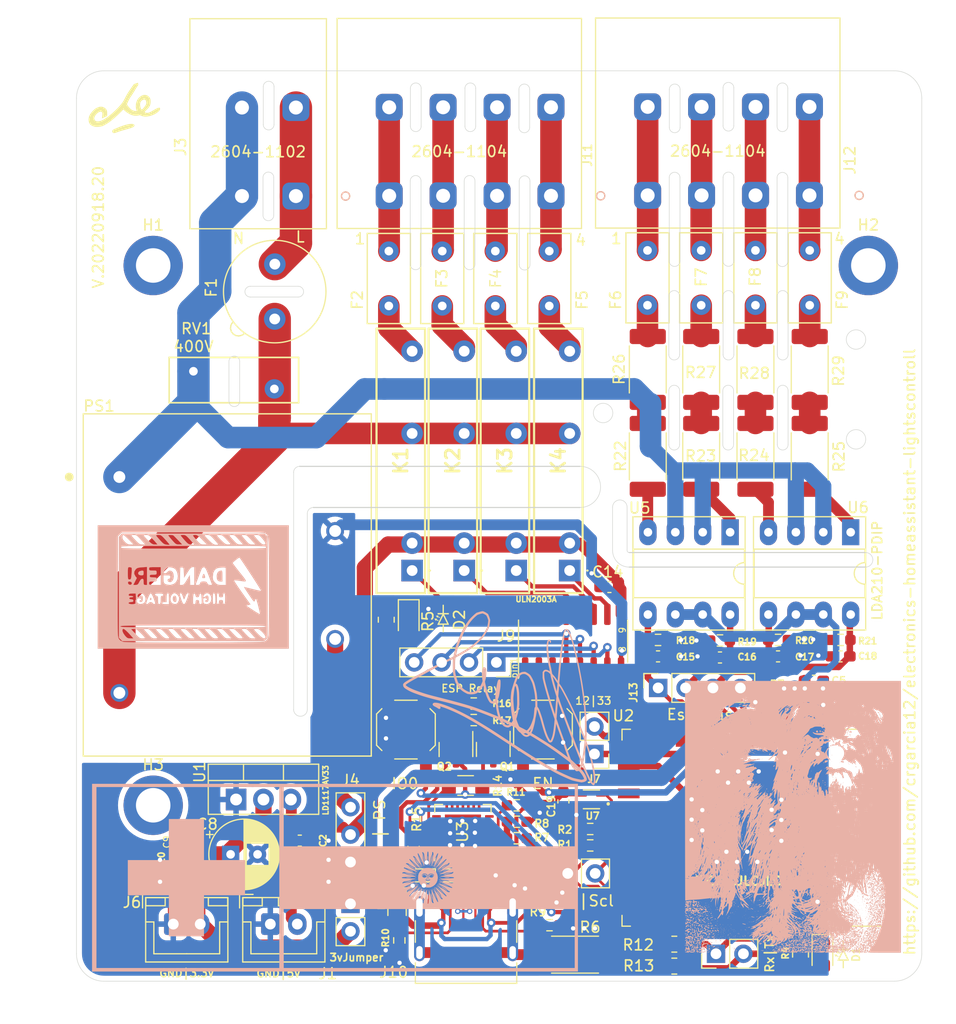
<source format=kicad_pcb>
(kicad_pcb (version 20211014) (generator pcbnew)
  (title_block (title "Home Assistant module for lights control") (date "2022-09-18") (rev "20220918.20"))
  (layers (0 "F.Cu" signal) (31 "B.Cu" signal) (34 "B.Paste" user) (35 "F.Paste" user) (36 "B.SilkS" user "B.Silkscreen") (37 "F.SilkS" user "F.Silkscreen") (38 "B.Mask" user) (39 "F.Mask" user) (44 "Edge.Cuts" user))
  (net 0 "")
  (net 1 "220VAC(L)")
  (net 2 "5V+")
  (net 3 "3.3V+")
  (net 4 "Sens4")
  (net 5 "Sens3")
  (net 6 "Sens2")
  (net 7 "Sens1")
  (net 8 "REO4")
  (net 9 "REO3")
  (net 10 "REO2")
  (net 11 "REO1")
  (net 12 "REI1")
  (net 13 "REI2")
  (net 14 "REI3")
  (net 15 "REI4")
  (net 16 "EspSens1")
  (net 17 "EspSens2")
  (net 18 "EspSens3")
  (net 19 "EspSens4")
  (net 20 "EspRel1")
  (net 21 "EspRel2")
  (net 22 "EspRel3")
  (net 23 "EspRel4")
  (net 24 "L_INPUT")
  (net 27 "220VAC(N)")
  (net 28 "EN")
  (net 29 "D+")
  (net 30 "D-")
  (net 31 "RTS")
  (net 32 "IO0")
  (net 33 "DTR")
  (net 34 "RXD0")
  (net 35 "TXD0")
  (net 36 "VBUS")
  (net 37 "GND")
  (net 38 "Net-(Q1-Pad1)")
  (net 39 "Net-(Q2-Pad1)")
  (net 40 "Net-(R14-Pad2)")
  (net 41 "Net-(R15-Pad2)")
  (net 42 "Net-(R23-Pad2)")
  (net 48 "Net-(D1-Pad2)")
  (net 49 "Net-(F2-Pad2)")
  (net 50 "Net-(F3-Pad2)")
  (net 51 "Net-(F4-Pad2)")
  (net 52 "Net-(F7-Pad1)")
  (net 53 "Net-(R24-Pad1)")
  (net 54 "Net-(R24-Pad2)")
  (net 55 "Net-(R13-Pad2)")
  (net 72 "SDA")
  (net 73 "SCL")
  (net 75 "Net-(F8-Pad1)")
  (net 76 "Net-(F9-Pad1)")
  (net 77 "Net-(R25-Pad1)")
  (net 78 "Net-(R25-Pad2)")
  (net 79 "Net-(D2-Pad2)")
  (net 80 "Net-(R23-Pad1)")
  (net 81 "5V+_USB")
  (net 82 "Net-(R4-Pad2)")
  (net 83 "Net-(R7-Pad2)")
  (net 84 "220VAC(N)-LowV")
  (net 85 "Net-(R11-Pad1)")
  (net 86 "Net-(R12-Pad2)")
  (net 87 "Net-(R22-Pad1)")
  (net 88 "Net-(R22-Pad2)")
  (net 89 "GPIO33")
  (net 90 "GPIO12")
  (net 91 "5V+_PS")
  (net 92 "Net-(F5-Pad2)")
  (net 93 "Net-(F6-Pad1)")
  (net 94 "Net-(J10-PadA5)")
  (net 96 "Net-(J10-PadB5)")
  (net 98 "Net-(J10-PadS1)")
  (net 118 "Net-(C10-Pad1)")
  (footprint "Connector_PinHeader_2.54mm:PinHeader_1x02_P2.54mm_Vertical" (layer "F.Cu") (at 56.2615 108.3437)
    (fp_text reference "J8" hide)
    (fp_text value "Current Jumper" hide)
  )
  (footprint "Resistor_SMD:R_2512_6332Metric_Pad1.40x3.35mm_HandSolder" (layer "F.Cu") (at 83.8205 58.8411 -90)
    (fp_text reference "R26")
    (fp_text value "150kΩ1w" hide)
  )
  (footprint "Resistor_SMD:R_2512_6332Metric_Pad1.40x3.35mm_HandSolder" (layer "F.Cu") (at 88.7735 58.8411 -90)
    (fp_text reference "R27")
    (fp_text value "150kΩ1w" hide)
  )
  (footprint "Varistor:RV_Disc_D12mm_W4.2mm_P7.5mm" (layer "F.Cu") (at 41.7038 59.01145)
    (fp_text reference "RV1" hide)
    (fp_text value "400V")
  )
  (footprint "Resistor_SMD:R_2512_6332Metric_Pad1.40x3.35mm_HandSolder" (layer "F.Cu") (at 88.7735 66.8929 -90)
    (fp_text reference "R23")
    (fp_text value "150kΩ1w" hide)
  )
  (footprint "Resistor_SMD:R_2512_6332Metric_Pad1.40x3.35mm_HandSolder" (layer "F.Cu") (at 83.8205 66.8929 -90)
    (fp_text reference "R22")
    (fp_text value "150kΩ1w" hide)
  )
  (footprint "LED_SMD:LED_0805_2012Metric_Pad1.15x1.40mm_HandSolder" (layer "F.Cu") (at 61.659 82.033 -90)
    (fp_text reference "D2")
    (fp_text value "LED" hide)
  )
  (footprint "Resistor_SMD:R_0805_2012Metric_Pad1.20x1.40mm_HandSolder" (layer "F.Cu") (at 59.5762 82.026 -90)
    (fp_text reference "R5")
    (fp_text value "100Ω" hide)
  )
  (footprint "Connector_JST:JST_XH_B2B-XH-A_1x02_P2.50mm_Vertical" (layer "F.Cu") (at 48.832 110.219)
    (fp_text reference "J1")
    (fp_text value "GND|5V")
  )
  (footprint "icons:che" (layer "F.Cu") (at 35.2995 34.6185)
    (fp_text reference "G1" hide)
    (fp_text value "LOGO" hide)
  )
  (footprint "icons:led_6000dpi" (layer "F.Cu") (at 64.707 81.915 90)
    (fp_text reference "G4" hide)
    (fp_text value "LOGO" hide)
  )
  (footprint "Capacitor_SMD:C_0603_1608Metric_Pad1.08x0.95mm_HandSolder" (layer "F.Cu") (at 41.275 102.489 180)
    (fp_text reference "C9")
    (fp_text value "100nF" hide)
  )
  (footprint "Capacitor_SMD:C_0805_2012Metric_Pad1.18x1.45mm_HandSolder" (layer "F.Cu") (at 51.816 106.299)
    (fp_text reference "C4")
    (fp_text value "NC")
  )
  (footprint "Capacitor_SMD:C_0603_1608Metric_Pad1.08x0.95mm_HandSolder" (layer "F.Cu") (at 80.264 78.994 180)
    (fp_text reference "C14")
    (fp_text value "100nF" hide)
  )
  (footprint "rac05-05sk:277" (layer "F.Cu") (at 44.8391 78.805)
    (fp_text reference "PS1")
    (fp_text value "RAC05-05SK/277")
  )
  (footprint "Package_TO_SOT_THT:TO-220-3_Vertical" (layer "F.Cu") (at 45.657 98.679)
    (fp_text reference "U1")
    (fp_text value "LD1117AV33")
  )
  (footprint "wago-2604-1104:big_pads_2604-1104" (layer "F.Cu") (at 74.8495 42.7585 180)
    (fp_text reference "J11")
    (fp_text value "2604-1104")
  )
  (footprint "wago-2604-1102:big_pads_2604-1102" (layer "F.Cu") (at 51.2031 42.782099 180)
    (fp_text reference "J3")
    (fp_text value "2604-1102")
  )
  (footprint "wago-2604-1104:big_pads_2604-1104" (layer "F.Cu") (at 98.8095 42.718499 180)
    (fp_text reference "J12")
    (fp_text value "2604-1104")
  )
  (footprint "Fuse:Fuseholder_TR5_Littelfuse_No560_No460" (layer "F.Cu") (at 49.2495 49.0885 -90)
    (fp_text reference "F1")
    (fp_text value "250V500mA")
  )
  (footprint "MountingHole:MountingHole_3.2mm_M3_ISO14580_Pad" (layer "F.Cu") (at 104.2675 49.2125)
    (fp_text reference "H2")
    (fp_text value "MountingHole_Pad" hide)
  )
  (footprint "MountingHole:MountingHole_3.2mm_M3_ISO14580_Pad" (layer "F.Cu") (at 37.9735 49.2125)
    (fp_text reference "H1")
    (fp_text value "MountingHole_Pad" hide)
  )
  (footprint "Package_SO:SOIC-16_3.9x9.9mm_P1.27mm" (layer "F.Cu") (at 76.899 84.009 90)
    (fp_text reference "U4" hide)
    (fp_text value "ULN2003A")
  )
  (footprint "Resistor_SMD:R_2512_6332Metric_Pad1.40x3.35mm_HandSolder" (layer "F.Cu") (at 98.8319 66.8929 -90)
    (fp_text reference "R25")
    (fp_text value "150kΩ1w" hide)
  )
  (footprint "Resistor_SMD:R_2512_6332Metric_Pad1.40x3.35mm_HandSolder" (layer "F.Cu") (at 93.8027 58.8411 -90)
    (fp_text reference "R28")
    (fp_text value "150kΩ1w" hide)
  )
  (footprint "Resistor_SMD:R_2512_6332Metric_Pad1.40x3.35mm_HandSolder" (layer "F.Cu") (at 98.8319 58.8411 -90)
    (fp_text reference "R29")
    (fp_text value "150kΩ1w" hide)
  )
  (footprint "Package_DIP:DIP-8_W7.62mm_Socket_LongPads" (layer "F.Cu") (at 91.454274 73.92332 -90)
    (fp_text reference "U5")
    (fp_text value "LDA210-PDIP")
  )
  (footprint "Package_DIP:DIP-8_W7.62mm_Socket_LongPads" (layer "F.Cu") (at 102.630274 73.92332 -90)
    (fp_text reference "U6")
    (fp_text value "LDA210-PDIP" hide)
  )
  (footprint "Resistor_SMD:R_2512_6332Metric_Pad1.40x3.35mm_HandSolder" (layer "F.Cu") (at 93.8027 66.8929 -90)
    (fp_text reference "R24")
    (fp_text value "150kΩ1w" hide)
  )
  (footprint "Resistor_SMD:R_0603_1608Metric_Pad0.98x0.95mm_HandSolder" (layer "F.Cu") (at 95.8715 89.2175)
    (fp_text reference "R3")
    (fp_text value "10kΩ" hide)
  )
  (footprint "Capacitor_SMD:C_0603_1608Metric_Pad1.08x0.95mm_HandSolder" (layer "F.Cu") (at 99.2245 87.677)
    (fp_text reference "C5")
    (fp_text value "NC" hide)
  )
  (footprint "Capacitor_SMD:C_0603_1608Metric_Pad1.08x0.95mm_HandSolder" (layer "F.Cu") (at 95.859 90.7415 180)
    (fp_text reference "C1")
    (fp_text value "100nF" hide)
  )
  (footprint "Package_TO_SOT_SMD:SOT-23" (layer "F.Cu") (at 69.4995 94.041 -90)
    (fp_text reference "Q1")
    (fp_text value "SS8050" hide)
  )
  (footprint "Resistor_SMD:R_0603_1608Metric_Pad0.98x0.95mm_HandSolder" (layer "F.Cu") (at 67.687 91.3185)
    (fp_text reference "R17")
    (fp_text value "10kΩ" hide)
  )
  (footprint "Resistor_SMD:R_0603_1608Metric_Pad0.98x0.95mm_HandSolder" (layer "F.Cu") (at 67.687 89.7885 180)
    (fp_text reference "R16")
    (fp_text value "10kΩ" hide)
  )
  (footprint "Diode_SMD:D_SOD-523" (layer "F.Cu") (at 62.986 105.7059 180)
    (fp_text reference "D3" hide)
    (fp_text value "D_TVS" hide)
  )
  (footprint "Connector_JST:JST_XH_B2B-XH-A_1x02_P2.50mm_Vertical" (layer "F.Cu") (at 39.835 110.219)
    (fp_text reference "J6")
    (fp_text value "GND|3.3V")
  )
  (footprint "Button_Switch_SMD:SW_SPST_SKQG_WithStem" (layer "F.Cu") (at 74.105 92.202 90)
    (fp_text reference "SW1")
    (fp_text value "Switch" hide)
  )
  (footprint "Button_Switch_SMD:SW_SPST_SKQG_WithStem" (layer "F.Cu") (at 61.403 92.202 -90)
    (fp_text reference "SW2")
    (fp_text value "Switch" hide)
  )
  (footprint "Capacitor_SMD:C_0603_1608Metric_Pad1.08x0.95mm_HandSolder" (layer "F.Cu") (at 70.6779 104.7458 -90)
    (fp_text reference "C13" hide)
    (fp_text value "4.7uF" hide)
  )
  (footprint "Resistor_SMD:R_0603_1608Metric_Pad0.98x0.95mm_HandSolder" (layer "F.Cu") (at 71.681 99.2159)
    (fp_text reference "R11")
    (fp_text value "1kΩ")
  )
  (footprint "Resistor_SMD:R_0603_1608Metric_Pad0.98x0.95mm_HandSolder" (layer "F.Cu") (at 71.681 102.2639 180)
    (fp_text reference "R7")
    (fp_text value "22.1kΩ" hide)
  )
  (footprint "Resistor_SMD:R_0603_1608Metric_Pad0.98x0.95mm_HandSolder" (layer "F.Cu") (at 71.681 100.7399)
    (fp_text reference "R8")
    (fp_text value "47.5kΩ" hide)
  )
  (footprint "Capacitor_SMD:C_0603_1608Metric_Pad1.08x0.95mm_HandSolder" (layer "F.Cu") (at 72.2779 104.7523 -90)
    (fp_text reference "C12")
    (fp_text value "100nF")
  )
  (footprint "Resistor_SMD:R_0603_1608Metric_Pad0.98x0.95mm_HandSolder" (layer "F.Cu") (at 62.1095 103.2705 -90)
    (fp_text reference "R15")
    (fp_text value "1kΩ")
  )
  (footprint "Diode_SMD:D_SOD-323" (layer "F.Cu") (at 60.5795 108.3691 -90)
    (fp_text reference "D6")
    (fp_text value "BAT60A-7" hide)
  )
  (footprint "Diode_SMD:D_SOD-523" (layer "F.Cu") (at 65.586 105.7059 180)
    (fp_text reference "D5")
    (fp_text value "D_TVS")
  )
  (footprint "Diode_SMD:D_SOD-523" (layer "F.Cu") (at 68.296 105.7059)
    (fp_text reference "D4" hide)
    (fp_text value "D_TVS" hide)
  )
  (footprint "RF_Module:ESP32-WROOM-32" (layer "F.Cu") (at 91.3135 101.2915 -90)
    (fp_text reference "U2")
    (fp_text value "ESP32-WROOM-32E")
  )
  (footprint "Package_TO_SOT_SMD:SOT-23" (layer "F.Cu") (at 66.0395 94.051 -90)
    (fp_text reference "Q2")
    (fp_text value "SS8050" hide)
  )
  (footprint "Connector_PinSocket_2.54mm:PinSocket_1x04_P2.54mm_Vertical" (layer "F.Cu") (at 84.783 88.3416 90)
    (fp_text reference "J13")
    (fp_text value "EspSense")
  )
  (footprint "Connector_PinHeader_2.54mm:PinHeader_1x02_P2.54mm_Vertical" (layer "F.Cu") (at 90.1451 112.9665 90)
    (fp_text reference "J5" hide)
    (fp_text value "Conn_01x02_Male" hide)
  )
  (footprint "Resistor_SMD:R_1206_3216Metric_Pad1.30x1.75mm_HandSolder" (layer "F.Cu") (at 66.932 97.3805 180)
    (fp_text reference "R14")
    (fp_text value "1kΩ")
  )
  (footprint "Resistor_SMD:R_0805_2012Metric_Pad1.20x1.40mm_HandSolder" (layer "F.Cu") (at 86.281 114.1095 180)
    (fp_text reference "R13")
    (fp_text value "0Ω" hide)
  )
  (footprint "Resistor_SMD:R_0805_2012Metric_Pad1.20x1.40mm_HandSolder" (layer "F.Cu") (at 86.281 112.0775 180)
    (fp_text reference "R12")
    (fp_text value "0Ω" hide)
  )
  (footprint "Package_DFN_QFN:QFN-28-1EP_5x5mm_P0.5mm_EP3.35x3.35mm" (layer "F.Cu") (at 66.686 101.7459 90)
    (fp_text reference "U3")
    (fp_text value "CP2102N-A01-GQFN28" hide)
  )
  (footprint "Capacitor_SMD:C_0603_1608Metric_Pad1.08x0.95mm_HandSolder" (layer "F.Cu") (at 99.214 90.7415)
    (fp_text reference "C7")
    (fp_text value "100nF" hide)
  )
  (footprint "Connector_PinHeader_2.54mm:PinHeader_1x03_P2.54mm_Vertical" (layer "F.Cu") (at 56.2615 104.4702 180)
    (fp_text reference "J4")
    (fp_text value "USB | PS")
  )
  (footprint "Capacitor_SMD:C_0603_1608Metric_Pad1.08x0.95mm_HandSolder" (layer "F.Cu") (at 75.9995 98.8536 -90)
    (fp_text reference "C19")
    (fp_text value "100nF" hide)
  )
  (footprint "Resistor_SMD:R_0603_1608Metric_Pad0.98x0.95mm_HandSolder" (layer "F.Cu") (at 74.712 110.3185)
    (fp_text reference "R9")
    (fp_text value "5.1kΩ" hide)
  )
  (footprint "Resistor_SMD:R_0603_1608Metric_Pad0.98x0.95mm_HandSolder" (layer "F.Cu") (at 95.9001 83.8962)
    (fp_text reference "R20")
    (fp_text value "10kΩ" hide)
  )
  (footprint "Connector_PinHeader_2.54mm:PinHeader_1x02_P2.54mm_Vertical" (layer "F.Cu") (at 78.8802 94.4626 180)
    (fp_text reference "J7")
    (fp_text value "Conn_01x02_Male")
  )
  (footprint "RST-80-AMMO:FUSE_RST-1-BULK" (layer "F.Cu") (at 88.7735 50.3555 90)
    (fp_text reference "F7")
    (fp_text value "Fuse")
  )
  (footprint "Resistor_SMD:R_0603_1608Metric_Pad0.98x0.95mm_HandSolder" (layer "F.Cu") (at 84.773 83.8962)
    (fp_text reference "R18")
    (fp_text value "10kΩ" hide)
  )
  (footprint "RST-80-AMMO:FUSE_RST-1-BULK" (layer "F.Cu") (at 98.8319 50.3555 90)
    (fp_text reference "F9")
    (fp_text value "Fuse")
  )
  (footprint "Connector_PinHeader_2.54mm:PinHeader_1x02_P2.54mm_Vertical" (layer "F.Cu") (at 76.4037 105.5243 90)
    (fp_text reference "J2" hide)
    (fp_text value "Conn_01x02_Male" hide)
  )
  (footprint "LED_SMD:LED_0805_2012Metric_Pad1.15x1.40mm_HandSolder" (layer "F.Cu") (at 100.013 113.0475 -90)
    (fp_text reference "D1")
    (fp_text value "LED")
  )
  (footprint "RST-80-AMMO:FUSE_RST-1-BULK" (layer "F.Cu") (at 74.69 50.419 90)
    (fp_text reference "F5")
    (fp_text value "Fuse")
  )
  (footprint "Capacitor_SMD:C_0805_2012Metric_Pad1.18x1.45mm_HandSolder" (layer "F.Cu") (at 41.021 104.267 180)
    (fp_text reference "C10")
    (fp_text value "NC")
  )
  (footprint "Connector_USB:USB_C_Receptacle_HRO_TYPE-C-31-M-12" (layer "F.Cu") (at 66.976 111.8059)
    (fp_text reference "J10")
    (fp_text value "USB_C_Receptacle_USB2.0")
  )
  (footprint "Resistor_SMD:R_0603_1608Metric_Pad0.98x0.95mm_HandSolder" (layer "F.Cu") (at 101.6913 83.8962)
    (fp_text reference "R21")
    (fp_text value "10kΩ" hide)
  )
  (footprint "Capacitor_SMD:C_0603_1608Metric_Pad1.08x0.95mm_HandSolder" (layer "F.Cu") (at 95.8971 85.4202)
    (fp_text reference "C17")
    (fp_text value "22uF")
  )
  (footprint "Capacitor_SMD:C_0603_1608Metric_Pad1.08x0.95mm_HandSolder" (layer "F.Cu") (at 90.5145 85.5218)
    (fp_text reference "C16")
    (fp_text value "22uF")
  )
  (footprint "Capacitor_SMD:C_0603_1608Metric_Pad1.08x0.95mm_HandSolder" (layer "F.Cu") (at 51.562 102.489)
    (fp_text reference "C2")
    (fp_text value "100nF" hide)
  )
  (footprint "RST-80-AMMO:FUSE_RST-1-BULK" (layer "F.Cu") (at 93.8027 50.3555 90)
    (fp_text reference "F8")
    (fp_text value "Fuse")
  )
  (footprint "icons:led_6000dpi" (layer "F.Cu") (at 101.791 113.03 90)
    (fp_text reference "G2" hide)
    (fp_text value "LOGO" hide)
  )
  (footprint "Capacitor_SMD:C_0603_1608Metric_Pad1.08x0.95mm_HandSolder" (layer "F.Cu") (at 101.6883 85.4202 180)
    (fp_text reference "C18")
    (fp_text value "22uF")
  )
  (footprint "AQG12205:AQG12205" (layer "F.Cu") (at 61.976 77.47 90)
    (fp_text reference "K1")
    (fp_text value "AQG12205" hide)
  )
  (footprint "AQG12205:AQG12205" (layer "F.Cu") (at 66.802 77.47 90)
    (fp_text reference "K2")
    (fp_text value "AQG12205" hide)
  )
  (footprint "RST-80-AMMO:FUSE_RST-1-BULK" (layer "F.Cu") (at 64.77 50.419 90)
    (fp_text reference "F3")
    (fp_text value "Fuse")
  )
  (footprint "AQG12205:AQG12205" (layer "F.Cu") (at 76.581 77.47 90)
    (fp_text reference "K4")
    (fp_text value "AQG12205" hide)
  )
  (footprint "Resistor_SMD:R_2512_6332Metric_Pad1.40x3.35mm_HandSolder" (layer "F.Cu") (at 77.0795 113.0485)
    (fp_text reference "R6")
    (fp_text value "150kΩ1w")
  )
  (footprint "sht40:XDCR_SHT40-AD1B-R2" (layer "F.Cu") (at 78.603 98.6605 180)
    (fp_text reference "U7")
    (fp_text value "SHT4x")
  )
  (footprint "AQG12205:AQG12205" (layer "F.Cu") (at 71.628 77.47 90)
    (fp_text reference "K3")
    (fp_text value "AQG12205" hide)
  )
  (footprint "Resistor_SMD:R_0603_1608Metric_Pad0.98x0.95mm_HandSolder" (layer "F.Cu") (at 78.4846 101.4095)
    (fp_text reference "R2")
    (fp_text value "10kΩ")
  )
  (footprint "Capacitor_SMD:C_0805_2012Metric_Pad1.18x1.45mm_HandSolder" (layer "F.Cu") (at 41.021 106.299 180)
    (fp_text reference "C11")
    (fp_text value "NC")
  )
  (footprint "Capacitor_THT:CP_Radial_D6.3mm_P2.50mm" (layer "F.Cu") (at 45.149 103.759)
    (fp_text reference "C8")
    (fp_text value "10uF" hide)
  )
  (footprint "RST-80-AMMO:FUSE_RST-1-BULK" (layer "F.Cu") (at 83.7951 50.3555 90)
    (fp_text reference "F6")
    (fp_text value "Fuse")
  )
  (footprint "Capacitor_SMD:C_0603_1608Metric_Pad1.08x0.95mm_HandSolder" (layer "F.Cu") (at 99.2245 89.2175)
    (fp_text reference "C6")
    (fp_text value "22uF" hide)
  )
  (footprint "Capacitor_SMD:C_0805_2012Metric_Pad1.18x1.45mm_HandSolder" (layer "F.Cu") (at 51.816 104.267)
    (fp_text reference "C3")
    (fp_text value "NC")
  )
  (footprint "Resistor_SMD:R_0603_1608Metric_Pad0.98x0.95mm_HandSolder" (layer "F.Cu") (at 90.5134 83.947)
    (fp_text reference "R19")
    (fp_text value "10kΩ" hide)
  )
  (footprint "Resistor_SMD:R_0603_1608Metric_Pad0.98x0.95mm_HandSolder" (layer "F.Cu") (at 78.4846 102.9335)
    (fp_text reference "R1")
    (fp_text value "10kΩ")
  )
  (footprint "RST-80-AMMO:FUSE_RST-1-BULK" (layer "F.Cu") (at 59.817 50.419 90)
    (fp_text reference "F2")
    (fp_text value "Fuse")
  )
  (footprint "Resistor_SMD:R_0805_2012Metric_Pad1.20x1.40mm_HandSolder" (layer "F.Cu") (at 97.981 113.0475 90)
    (fp_text reference "R4")
    (fp_text value "100Ω")
  )
  (footprint "Resistor_SMD:R_0603_1608Metric_Pad0.98x0.95mm_HandSolder" (layer "F.Cu") (at 60.7895 111.731 -90)
    (fp_text reference "R10")
    (fp_text value "5.1kΩ" hide)
  )
  (footprint "Connector_PinSocket_2.54mm:PinSocket_1x04_P2.54mm_Vertical" (layer "F.Cu") (at 69.787 85.979 -90)
    (fp_text reference "J9")
    (fp_text value "EspRelays")
  )
  (footprint "MountingHole:MountingHole_3.2mm_M3_ISO14580_Pad" (layer "F.Cu") (at 37.9735 99.2125)
    (fp_text reference "H3")
    (fp_text value "MountingHole_Pad")
  )
  (footprint "Capacitor_SMD:C_0603_1608Metric_Pad1.08x0.95mm_HandSolder" (layer "F.Cu") (at 84.7719 85.4202)
    (fp_text reference "C15")
    (fp_text value "22uF")
  )
  (footprint "RST-80-AMMO:FUSE_RST-1-BULK" (layer "F.Cu") (at 69.69 50.419 90)
    (fp_text reference "F4")
    (fp_text value "Fuse")
  )
  (footprint "icons:danger1_negative" (layer "B.Cu") (at 41.72 78.994 180)
    (fp_text reference "G3" hide)
    (fp_text value "LOGO" hide)
  )
  (footprint "icons:flags" (layer "B.Cu") (at 54.8264 105.918 180)
    (fp_text reference "G6")
    (fp_text value "LOGO" hide)
  )
  (footprint "icons:depsi" (layer "B.Cu") (at 97.2825 100.2665 180)
    (fp_text reference "G5")
    (fp_text value "LOGO" hide)
  )
  (footprint "icons:paula" (layer "B.Cu") (at 69.870727 89.557389 180)
    (fp_text reference "G7" hide)
    (fp_text value "LOGO" hide)
  )
  (footprint "NetTie:NetTie-2_SMD_Pad2.0mm" (layer "B.Cu") (at 84.0745 64.008 -90)
    (fp_text reference "NT1" hide)
    (fp_text value "NetTie_2")
  )
  (gr_arc (start 109.2205 112.9665) (mid 108.476551 114.762551) (end 106.6805 115.5065) (layer "Edge.Cuts") (width 0.05))
  (gr_line (start 109.2205 112.9665) (end 109.2205 33.7185) (layer "Edge.Cuts") (width 0.05))
  (gr_line (start 67.5395 115.5085) (end 33.4015 115.5085) (layer "Edge.Cuts") (width 0.05))
  (gr_circle (center 103.1245 56.0705) (end 104.0245 56.0705) (layer "Edge.Cuts") (width 0.05) (fill none))
  (gr_line (start 77.5395 71.628) (end 52.8198 71.628) (layer "Edge.Cuts") (width 0.1))
  (gr_line (start 106.6805 31.1785) (end 33.4015 31.1785) (layer "Edge.Cuts") (width 0.05))
  (gr_line (start 51.5498 67.818) (end 77.5395 67.818) (layer "Edge.Cuts") (width 0.1))
  (gr_line (start 30.8615 112.9665) (end 30.8615 33.7185) (layer "Edge.Cuts") (width 0.05))
  (gr_arc (start 77.5395 67.818) (mid 79.4445 69.723) (end 77.5395 71.628) (layer "Edge.Cuts") (width 0.05))
  (gr_arc (start 33.4015 115.5085) (mid 31.605327 114.763259) (end 30.8615 112.9665) (layer "Edge.Cuts") (width 0.05))
  (gr_line (start 106.6805 115.5065) (end 67.5395 115.5085) (layer "Edge.Cuts") (width 0.05))
  (gr_arc (start 106.6805 31.1785) (mid 108.476551 31.922449) (end 109.2205 33.7185) (layer "Edge.Cuts") (width 0.05))
  (gr_line (start 91.79905 57.46455) (end 91.79905 52.03485) (layer "Edge.Cuts") (width 0.05))
  (gr_line (start 95.8034 32.8041) (end 95.8034 36.3125) (layer "Edge.Cuts") (width 0.05))
  (gr_circle (center 79.6803 62.8777) (end 80.5803 62.8777) (layer "Edge.Cuts") (width 0.05) (fill none))
  (gr_line (start 66.80475 41.3793) (end 66.80475 49.10675) (layer "Edge.Cuts") (width 0.05))
  (gr_line (start 61.8182 32.8041) (end 61.8182 36.3125) (layer "Edge.Cuts") (width 0.05))
  (gr_arc (start 82.103 77.14912) (mid 81.011142 76.696858) (end 80.55888 75.605) (layer "Edge.Cuts") (width 0.05))
  (gr_arc (start 86.8177 36.4141) (mid 86.31945 36.91235) (end 85.8212 36.4141) (layer "Edge.Cuts") (width 0.05))
  (gr_line (start 85.77335 52.03485) (end 85.77335 57.46455) (layer "Edge.Cuts") (width 0.05))
  (gr_arc (start 85.8212 32.9057) (mid 86.31945 32.40745) (end 86.8177 32.9057) (layer "Edge.Cuts") (width 0.05))
  (gr_line (start 48.153 41.0591) (end 48.153 44.5675) (layer "Edge.Cuts") (width 0.05))
  (gr_line (start 86.76985 57.46455) (end 86.76985 52.03485) (layer "Edge.Cuts") (width 0.05))
  (gr_arc (start 86.76985 65.805) (mid 86.2716 66.30325) (end 85.77335 65.805) (layer "Edge.Cuts") (width 0.05))
  (gr_arc (start 67.8693 36.3125) (mid 67.37105 36.81075) (end 66.8728 36.3125) (layer "Edge.Cuts") (width 0.05))
  (gr_arc (start 96.80285 48.8149) (mid 96.3046 49.31315) (end 95.80635 48.8149) (layer "Edge.Cuts") (width 0.05))
  (gr_arc (start 66.80475 41.3793) (mid 67.303 40.88105) (end 67.80125 41.3793) (layer "Edge.Cuts") (width 0.05))
  (gr_arc (start 50.991 68.3768) (mid 51.154669 67.981669) (end 51.5498 67.818) (layer "Edge.Cuts") (width 0.05))
  (gr_circle (center 103.1245 65.3161) (end 104.0245 65.3161) (layer "Edge.Cuts") (width 0.05) (fill none))
  (gr_line (start 96.82825 57.46455) (end 96.82825 52.03485) (layer "Edge.Cuts") (width 0.05))
  (gr_arc (start 91.79905 57.46455) (mid 91.3008 57.9628) (end 90.80255 57.46455) (layer "Edge.Cuts") (width 0.05))
  (gr_arc (start 66.8728 32.8041) (mid 67.37105 32.30585) (end 67.8693 32.8041) (layer "Edge.Cuts") (width 0.05))
  (gr_arc (start 96.7999 36.3125) (mid 96.30165 36.81075) (end 95.8034 36.3125) (layer "Edge.Cuts") (width 0.05))
  (gr_line (start 51.415375 51.139375) (end 46.983625 51.139375) (layer "Edge.Cuts") (width 0.05))
  (gr_arc (start 85.77335 52.03485) (mid 86.2716 51.5366) (end 86.76985 52.03485) (layer "Edge.Cuts") (width 0.05))
  (gr_line (start 95.80635 41.08745) (end 95.80635 48.8149) (layer "Edge.Cuts") (width 0.05))
  (gr_line (start 96.80285 48.8149) (end 96.80285 41.08745) (layer "Edge.Cuts") (width 0.05))
  (gr_line (start 71.8766 32.9057) (end 71.8766 36.4141) (layer "Edge.Cuts") (width 0.05))
  (gr_line (start 82.103 75.80292) (end 104.001874 75.80292) (layer "Edge.Cuts") (width 0.1))
  (gr_arc (start 80.55888 71.605) (mid 81.231981 70.931924) (end 81.905081 71.605) (layer "Edge.Cuts") (width 0.05))
  (gr_line (start 90.77715 60.805) (end 90.77715 65.805) (layer "Edge.Cuts") (width 0.05))
  (gr_arc (start 52.261 72.1868) (mid 52.424639 71.791639) (end 52.8198 71.628) (layer "Edge.Cuts") (width 0.05))
  (gr_arc (start 95.83175 52.03485) (mid 96.33 51.5366) (end 96.82825 52.03485) (layer "Edge.Cuts") (width 0.05))
  (gr_line (start 50.991 68.3768) (end 50.991 90.3478) (layer "Edge.Cuts") (width 0.05))
  (gr_arc (start 71.90475 41.405) (mid 72.403 40.90675) (end 72.90125 41.405) (layer "Edge.Cuts") (width 0.05))
  (gr_line (start 85.8095 41.0757) (end 85.8095 48.80315) (layer "Edge.Cuts") (width 0.05))
  (gr_arc (start 62.80125 49.10675) (mid 62.303 49.605) (end 61.80475 49.10675) (layer "Edge.Cuts") (width 0.05))
  (gr_line (start 71.90475 41.405) (end 71.90475 49.13245) (layer "Edge.Cuts") (width 0.05))
  (gr_arc (start 49.176 36.1569) (mid 48.67775 36.65515) (end 48.1795 36.1569) (layer "Edge.Cuts") (width 0.05))
  (gr_arc (start 62.8147 36.3125) (mid 62.31645 36.81075) (end 61.8182 36.3125) (layer "Edge.Cuts") (width 0.05))
  (gr_line (start 91.7961 36.2617) (end 91.7961 32.7533) (layer "Edge.Cuts") (width 0.05))
  (gr_line (start 96.82825 65.805) (end 96.82825 60.805) (layer "Edge.Cuts") (width 0.05))
  (gr_line (start 85.77335 60.805) (end 85.77335 65.805) (layer "Edge.Cuts") (width 0.05))
  (gr_arc (start 95.80635 41.08745) (mid 96.3046 40.5892) (end 96.80285 41.08745) (layer "Edge.Cuts") (width 0.05))
  (gr_line (start 85.8212 32.9057) (end 85.8212 36.4141) (layer "Edge.Cuts") (width 0.05))
  (gr_line (start 95.83175 60.805) (end 95.83175 65.805) (layer "Edge.Cuts") (width 0.05))
  (gr_arc (start 45.9931 61.78375) (mid 45.49485 62.282) (end 44.9966 61.78375) (layer "Edge.Cuts") (width 0.05))
  (gr_line (start 104.001874 77.14912) (end 82.103 77.14912) (layer "Edge.Cuts") (width 0.1))
  (gr_line (start 91.79905 48.7895) (end 91.79905 41.06205) (layer "Edge.Cuts") (width 0.05))
  (gr_arc (start 86.806 48.80315) (mid 86.30775 49.3014) (end 85.8095 48.80315) (layer "Edge.Cuts") (width 0.05))
  (gr_arc (start 48.1795 32.6485) (mid 48.67775 32.15025) (end 49.176 32.6485) (layer "Edge.Cuts") (width 0.05))
  (gr_arc (start 67.80125 49.10675) (mid 67.303 49.605) (end 66.80475 49.10675) (layer "Edge.Cuts") (width 0.05))
  (gr_line (start 49.176 36.1569) (end 49.176 32.6485) (layer "Edge.Cuts") (width 0.05))
  (gr_arc (start 51.415375 51.139375) (mid 51.913625 51.6376) (end 51.415375 52.135875) (layer "Edge.Cuts") (width 0.05))
  (gr_line (start 49.1495 44.5675) (end 49.1495 41.0591) (layer "Edge.Cuts") (width 0.05))
  (gr_line (start 86.806 48.80315) (end 86.806 41.0757) (layer "Edge.Cuts") (width 0.05))
  (gr_arc (start 48.153 41.0591) (mid 48.65125 40.56085) (end 49.1495 41.0591) (layer "Edge.Cuts") (width 0.05))
  (gr_arc (start 49.1495 44.5675) (mid 48.65125 45.06575) (end 48.153 44.5675) (layer "Edge.Cuts") (width 0.05))
  (gr_line (start 72.8731 36.4141) (end 72.8731 32.9057) (layer "Edge.Cuts") (width 0.05))
  (gr_line (start 66.8728 32.8041) (end 66.8728 36.3125) (layer "Edge.Cuts") (width 0.05))
  (gr_line (start 90.80255 52.03485) (end 90.80255 57.46455) (layer "Edge.Cuts") (width 0.05))
  (gr_arc (start 71.8766 32.9057) (mid 72.37485 32.40745) (end 72.8731 32.9057) (layer "Edge.Cuts") (width 0.05))
  (gr_arc (start 86.76985 57.46455) (mid 86.2716 57.9628) (end 85.77335 57.46455) (layer "Edge.Cuts") (width 0.05))
  (gr_arc (start 30.8615 33.7185) (mid 31.605449 31.922449) (end 33.4015 31.1785) (layer "Edge.Cuts") (width 0.05))
  (gr_arc (start 46.983625 52.135875) (mid 46.485325 51.6376) (end 46.983625 51.139375) (layer "Edge.Cuts") (width 0.05))
  (gr_line (start 44.9966 58.10425) (end 44.9966 61.78375) (layer "Edge.Cuts") (width 0.05))
  (gr_line (start 90.80255 41.06205) (end 90.80255 48.7895) (layer "Edge.Cuts") (width 0.05))
  (gr_line (start 67.8693 36.3125) (end 67.8693 32.8041) (layer "Edge.Cuts") (width 0.05))
  (gr_arc (start 61.80475 41.3793) (mid 62.303 40.88105) (end 62.80125 41.3793) (layer "Edge.Cuts") (width 0.05))
  (gr_arc (start 90.80255 52.03485) (mid 91.3008 51.5366) (end 91.79905 52.03485) (layer "Edge.Cuts") (width 0.05))
  (gr_arc (start 91.7961 36.2617) (mid 91.29785 36.75995) (end 90.7996 36.2617) (layer "Edge.Cuts") (width 0.05))
  (gr_arc (start 90.7996 32.7533) (mid 91.29785 32.25505) (end 91.7961 32.7533) (layer "Edge.Cuts") (width 0.05))
  (gr_arc (start 52.261 90.3478) (mid 51.626 90.967378) (end 50.991 90.3478) (layer "Edge.Cuts") (width 0.05))
  (gr_arc (start 95.83175 60.805) (mid 96.33 60.30675) (end 96.82825 60.805) (layer "Edge.Cuts") (width 0.05))
  (gr_arc (start 96.82825 57.46455) (mid 96.33 57.9628) (end 95.83175 57.46455) (layer "Edge.Cuts") (width 0.05))
  (gr_arc (start 91.79905 48.7895) (mid 91.3008 49.28775) (end 90.80255 48.7895) (layer "Edge.Cuts") (width 0.05))
  (gr_arc (start 82.103 75.802919) (mid 81.96305 75.74495) (end 81.905081 75.605) (layer "Edge.Cuts") (width 0.05))
  (gr_arc (start 91.77365 65.805) (mid 91.2754 66.30325) (end 90.77715 65.805) (layer "Edge.Cuts") (width 0.05))
  (gr_line (start 96.7999 36.3125) (end 96.7999 32.8041) (layer "Edge.Cuts") (width 0.05))
  (gr_arc (start 90.80255 41.06205) (mid 91.3008 40.5638) (end 91.79905 41.06205) (layer "Edge.Cuts") (width 0.05))
  (gr_arc (start 61.8182 32.8041) (mid 62.31645 32.30585) (end 62.8147 32.8041) (layer "Edge.Cuts") (width 0.05))
  (gr_line (start 62.8147 36.3125) (end 62.8147 32.8041) (layer "Edge.Cuts") (width 0.05))
  (gr_line (start 48.1795 32.6485) (end 48.1795 36.1569) (layer "Edge.Cuts") (width 0.05))
  (gr_arc (start 72.90125 49.13245) (mid 72.403 49.6307) (end 71.90475 49.13245) (layer "Edge.Cuts") (width 0.05))
  (gr_line (start 95.83175 52.03485) (end 95.83175 57.46455) (layer "Edge.Cuts") (width 0.05))
  (gr_line (start 86.76985 65.805) (end 86.76985 60.805) (layer "Edge.Cuts") (width 0.05))
  (gr_line (start 80.55888 75.605) (end 80.55888 71.605) (layer "Edge.Cuts") (width 0.05))
  (gr_arc (start 44.9966 58.10425) (mid 45.49485 57.606) (end 45.9931 58.10425) (layer "Edge.Cuts") (width 0.05))
  (gr_line (start 62.80125 49.10675) (end 62.80125 41.3793) (layer "Edge.Cuts") (width 0.05))
  (gr_arc (start 104.001874 75.80292) (mid 104.67498 76.476) (end 104.001874 77.14912) (layer "Edge.Cuts") (width 0.05))
  (gr_line (start 81.905081 71.605) (end 81.905081 75.605) (layer "Edge.Cuts") (width 0.05))
  (gr_arc (start 85.77335 60.805) (mid 86.2716 60.30675) (end 86.76985 60.805) (layer "Edge.Cuts") (width 0.05))
  (gr_arc (start 90.77715 60.805) (mid 91.2754 60.30675) (end 91.77365 60.805) (layer "Edge.Cuts") (width 0.05))
  (gr_arc (start 95.8034 32.8041) (mid 96.30165 32.30585) (end 96.7999 32.8041) (layer "Edge.Cuts") (width 0.05))
  (gr_arc (start 72.8731 36.4141) (mid 72.37485 36.91235) (end 71.8766 36.4141) (layer "Edge.Cuts") (width 0.05))
  (gr_line (start 45.9931 61.78375) (end 45.9931 58.10425) (layer "Edge.Cuts") (width 0.05))
  (gr_line (start 90.7996 32.7533) (end 90.7996 36.2617) (layer "Edge.Cuts") (width 0.05))
  (gr_line (start 91.77365 65.805) (end 91.77365 60.805) (layer "Edge.Cuts") (width 0.05))
  (gr_line (start 86.8177 36.4141) (end 86.8177 32.9057) (layer "Edge.Cuts") (width 0.05))
  (gr_line (start 67.80125 49.10675) (end 67.80125 41.3793) (layer "Edge.Cuts") (width 0.05))
  (gr_line (start 52.261 90.3478) (end 52.261 72.1868) (layer "Edge.Cuts") (width 0.05))
  (gr_line (start 46.983625 52.135875) (end 51.415375 52.135875) (layer "Edge.Cuts") (width 0.05))
  (gr_line (start 61.80475 41.3793) (end 61.80475 49.10675) (layer "Edge.Cuts") (width 0.05))
  (gr_arc (start 85.8095 41.0757) (mid 86.30775 40.57745) (end 86.806 41.0757) (layer "Edge.Cuts") (width 0.05))
  (gr_line (start 72.90125 49.13245) (end 72.90125 41.405) (layer "Edge.Cuts") (width 0.05))
  (gr_arc (start 96.82825 65.805) (mid 96.33 66.30325) (end 95.83175 65.805) (layer "Edge.Cuts") (width 0.05))
  (gr_text "4" (at 101.5895 46.7485) (layer "F.SilkS") (effects (font (size 1 1))))
  (gr_text "1" (at 80.9095 46.7185) (layer "F.SilkS") (effects (font (size 1 1))))
  (gr_text "V.20220918.20" (at 32.8935 45.6565 90) (layer "F.SilkS") (effects (font (size 1 1))))
  (gr_text "N" (at 46.503 46.705) (layer "F.SilkS") (effects (font (size 1 1)) (justify right)))
  (gr_text "L" (at 51.0995 46.5685) (layer "F.SilkS") (effects (font (size 1 1)) (justify left)))
  (gr_text "ESP Relay" (at 67.374 88.392) (layer "F.SilkS") (effects (font (size 0.7 0.7) (thickness 0.125))))
  (gr_text "4" (at 77.597 46.863) (layer "F.SilkS") (effects (font (size 1 1))))
  (gr_text "1" (at 57.15 46.736) (layer "F.SilkS") (effects (font (size 1 1))))
  (gr_text "JLCJLCJLCJLC" (at 92.0755 106.2355) (layer "F.SilkS") (effects (font (size 0.8 0.8) (thickness 0.2))))
  (gr_text "https://github.com/crgarcia12/electronics-homeassistant-lightscontroll" (at 108.103 85.005 90) (layer "F.SilkS") (effects (font (size 1 1))))
  (segment (start 34.8391 88.805) (end 34.8391 79.5757) (width 3) (layer "F.Cu") (net 1))
  (segment (start 49.2038 65.211) (end 49.2038 63.3638) (width 3) (layer "F.Cu") (net 1))
  (segment (start 49.6448 64.77) (end 76.581 64.77) (width 2) (layer "F.Cu") (net 1))
  (segment (start 49.2038 63.3638) (end 49.2395 63.3281) (width 3) (layer "F.Cu") (net 1))
  (segment (start 49.2395 63.3281) (end 49.2395 54.1685) (width 3) (layer "F.Cu") (net 1))
  (segment (start 34.8391 79.5757) (end 49.2038 65.211) (width 3) (layer "F.Cu") (net 1))
  (segment (start 49.2038 65.211) (end 49.6448 64.77) (width 1.5) (layer "F.Cu") (net 1))
  (segment (start 50.7785 104.267) (end 50.7785 109.6655) (width 1) (layer "F.Cu") (net 2))
  (segment (start 59.754 75.057) (end 61.976 75.057) (width 1.5) (layer "F.Cu") (net 2))
  (segment (start 57.881 83.026) (end 57.595 83.312) (width 1) (layer "F.Cu") (net 2))
  (segment (start 57.595 77.216) (end 59.754 75.057) (width 1.5) (layer "F.Cu") (net 2))
  (segment (start 50.7785 101.2405) (end 55.5718 101.2405) (width 1) (layer "F.Cu") (net 2))
  (segment (start 50.7785 104.267) (end 50.7785 101.2405) (width 1) (layer "F.Cu") (net 2))
  (segment (start 81.344 79.2115) (end 81.1265 78.994) (width 1) (layer "F.Cu") (net 2))
  (segment (start 55.5718 101.2405) (end 56.2615 101.9302) (width 1) (layer "F.Cu") (net 2))
  (segment (start 58.061011 97.062211) (end 57.595 96.5962) (width 1.5) (layer "F.Cu") (net 2))
  (segment (start 81.344 81.534) (end 81.344 79.2115) (width 1) (layer "F.Cu") (net 2))
  (segment (start 61.976 75.057) (end 76.581 75.057) (width 1.5) (layer "F.Cu") (net 2))
  (segment (start 50.7785 109.6655) (end 51.332 110.219) (width 1) (layer "F.Cu") (net 2))
  (segment (start 81.1265 78.994) (end 81.1265 78.541122) (width 1) (layer "F.Cu") (net 2))
  (segment (start 58.061011 100.135583) (end 58.061011 97.062211) (width 1.5) (layer "F.Cu") (net 2))
  (segment (start 57.349797 100.846797) (end 58.061011 100.135583) (width 1.5) (layer "F.Cu") (net 2))
  (segment (start 81.1265 78.541122) (end 77.515378 74.93) (width 1) (layer "F.Cu") (net 2))
  (segment (start 56.2615 101.9302) (end 57.344903 100.846797) (width 1.5) (layer "F.Cu") (net 2))
  (segment (start 50.7785 98.7205) (end 50.737 98.679) (width 1) (layer "F.Cu") (net 2))
  (segment (start 57.595 83.312) (end 57.595 77.216) (width 1.5) (layer "F.Cu") (net 2))
  (segment (start 50.7785 101.2405) (end 50.7785 98.7205) (width 1) (layer "F.Cu") (net 2))
  (segment (start 59.5762 83.026) (end 57.881 83.026) (width 1) (layer "F.Cu") (net 2))
  (segment (start 57.595 96.5962) (end 57.595 83.312) (width 1.5) (layer "F.Cu") (net 2))
  (segment (start 57.344903 100.846797) (end 57.349797 100.846797) (width 1.5) (layer "F.Cu") (net 2))
  (segment (start 77.515378 74.93) (end 76.581 74.93) (width 1) (layer "F.Cu") (net 2))
  (segment (start 74.896111 100.192514) (end 76.074997 101.3714) (width 0.6) (layer "F.Cu") (net 3))
  (segment (start 72.5935 99.2159) (end 72.5935 98.32446) (width 0.6) (layer "F.Cu") (net 3))
  (segment (start 72.2779 103.8898) (end 71.70648 103.31838) (width 0.25) (layer "F.Cu") (net 3))
  (segment (start 96.784 88.719) (end 96.457 88.392) (width 1) (layer "F.Cu") (net 3))
  (segment (start 72.5935 98.32446) (end 71.08812 96.81908) (width 0.6) (layer "F.Cu") (net 3))
  (segment (start 97.473 89.154) (end 96.8475 89.154) (width 1) (layer "F.Cu") (net 3))
  (segment (start 98.362 89.154) (end 97.473 89.154) (width 1) (layer "F.Cu") (net 3))
  (segment (start 74.896111 99.005489) (end 74.896111 100.192514) (width 0.6) (layer "F.Cu") (net 3))
  (segment (start 76.2645 98.2561) (end 75.9995 97.9911) (width 0.25) (layer "F.Cu") (net 3))
  (segment (start 71.63052 100.14138) (end 72.556 99.2159) (width 0.35) (layer "F.Cu") (net 3))
  (segment (start 71.70648 100.06542) (end 72.556 99.2159) (width 0.25) (layer "F.Cu") (net 3))
  (segment (start 71.70648 103.31838) (end 71.70648 100.06542) (width 0.25) (layer "F.Cu") (net 3))
  (segment (start 74.896111 99.005489) (end 74.985111 99.005489) (width 0.6) (layer "F.Cu") (net 3))
  (segment (start 71.4502 103.8898) (end 71.63052 103.70948) (width 0.35) (layer "F.Cu") (net 3))
  (segment (start 77.5395 98.2561) (end 76.2645 98.2561) (width 0.25) (layer "F.Cu") (net 3))
  (segment (start 96.784 89.2175) (end 96.784 88.719) (width 1) (layer "F.Cu") (net 3))
  (segment (start 98.2985 92.7915) (end 98.2985 87.6935) (width 1) (layer "F.Cu") (net 3))
  (segment (start 70.3653 104.1959) (end 68.01052 104.1959) (width 1) (layer "F.Cu") (net 3))
  (segment (start 72.803911 99.005489) (end 74.896111 99.005489) (width 0.6) (layer "F.Cu") (net 3))
  (segment (start 97.473 88.4301) (end 97.4349 88.392) (width 1) (layer "F.Cu") (net 3))
  (segment (start 72.5935 99.2159) (end 72.803911 99.005489) (width 0.6) (layer "F.Cu") (net 3))
  (segment (start 72.2779 103.8898) (end 71.4502 103.8898) (width 1) (layer "F.Cu") (net 3))
  (segment (start 71.63052 103.70948) (end 71.63052 100.14138) (width 0.35) (layer "F.Cu") (net 3))
  (segment (start 74.985111 99.005489) (end 75.9995 97.9911) (width 0.6) (layer "F.Cu") (net 3))
  (segment (start 96.8475 89.154) (end 96.784 89.2175) (width 1) (layer "F.Cu") (net 3))
  (segment (start 71.4502 103.8898) (end 70.6844 103.8898) (width 1) (layer "F.Cu") (net 3))
  (segment (start 77.5721 101.4095) (end 77.5721 102.9335) (width 0.6) (layer "F.Cu") (net 3))
  (segment (start 77.534 101.3714) (end 77.5721 101.4095) (width 0.6) (layer "F.Cu") (net 3))
  (segment (start 98.2985 87.6935) (end 98.362 87.63) (width 1) (layer "F.Cu") (net 3))
  (segment (start 70.6779 103.8833) (end 70.3653 104.1959) (width 1) (layer "F.Cu") (net 3))
  (segment (start 97.473 89.154) (end 97.473 88.4301) (width 1) (layer "F.Cu") (net 3))
  (segment (start 76.074997 101.3714) (end 77.534 101.3714) (width 0.6) (layer "F.Cu") (net 3))
  (segment (start 70.6844 103.8898) (end 70.6779 103.8833) (width 1) (layer "F.Cu") (net 3))
  (via (at 96.457 88.392) (size 0.8) (drill 0.4) (layers "F.Cu" "B.Cu") (net 3))
  (via (at 97.4349 88.392) (size 0.8) (drill 0.4) (layers "F.Cu" "B.Cu") (net 3))
  (via (at 98.3747 88.392) (size 0.8) (drill 0.4) (layers "F.Cu" "B.Cu") (net 3))
  (via (at 71.08812 96.81908) (size 0.8) (drill 0.4) (layers "F.Cu" "B.Cu") (net 3))
  (segment (start 86.374274 81.54332) (end 88.933633 81.54332) (width 1) (layer "B.Cu") (net 3))
  (segment (start 98.372538 88.239582) (end 98.3747 88.23742) (width 1) (layer "B.Cu") (net 3))
  (segment (start 56.2615 108.3437) (end 60.011395 104.593805) (width 1.5) (layer "B.Cu") (net 3))
  (segment (start 96.431582 88.239582) (end 96.431582 89.890582) (width 1) (layer "B.Cu") (net 3))
  (segment (start 97.4349 89.17722) (end 97.4349 88.392) (width 1.5) (layer "B.Cu") (net 3))
  (segment (start 95.219609 91.392511) (end 97.4349 89.17722) (width 1.5) (layer "B.Cu") (net 3))
  (segment (start 88.933633 81.54332) (end 90.956313 83.566) (width 1) (layer "B.Cu") (net 3))
  (segment (start 96.431582 89.890582) (end 96.57656 90.03556) (width 1) (layer "B.Cu") (net 3))
  (segment (start 99.378 86.614) (end 100.521 86.614) (width 0.6) (layer "B.Cu") (net 3))
  (segment (start 100.521 86.614) (end 101.283 85.852) (width 0.6) (layer "B.Cu") (net 3))
  (segment (start 62.306147 96.669089) (end 85.074379 96.669089) (width 1.5) (layer "B.Cu") (net 3))
  (segment (start 100.090274 81.54332) (end 97.550274 81.54332) (width 1) (layer "B.Cu") (net 3))
  (segment (start 98.3747 88.392) (end 98.3747 87.6173) (width 0.6) (layer "B.Cu") (net 3))
  (segment (start 101.283 85.852) (end 101.283 82.736046) (width 0.6) (layer "B.Cu") (net 3))
  (segment (start 95.527594 83.566) (end 97.550274 81.54332) (width 1) (layer "B.Cu") (net 3))
  (segment (start 85.074379 96.669089) (end 90.350957 91.392511) (width 1.5) (layer "B.Cu") (net 3))
  (segment (start 98.3747 88.392) (end 98.22012 88.392) (width 1) (layer "B.Cu") (net 3))
  (segment (start 90.350957 91.392511) (end 95.219609 91.392511) (width 1.5) (layer "B.Cu") (net 3))
  (segment (start 60.011395 98.963841) (end 62.306147 96.669089) (width 1.5) (layer "B.Cu") (net 3))
  (segment (start 60.011395 104.593805) (end 60.011395 98.963841) (width 1.5) (layer "B.Cu") (net 3))
  (segment (start 98.3747 87.6173) (end 99.378 86.614) (width 0.6) (layer "B.Cu") (net 3))
  (segment (start 90.956313 83.566) (end 95.527594 83.566) (width 1) (layer "B.Cu") (net 3))
  (segment (start 98.22012 88.392) (end 97.4349 89.17722) (width 1) (layer "B.Cu") (net 3))
  (segment (start 101.283 82.736046) (end 100.090274 81.54332) (width 0.6) (layer "B.Cu") (net 3))
  (segment (start 98.8095 42.718499) (end 98.8095 47.7931) (width 2) (layer "F.Cu") (net 4))
  (segment (start 98.8095 47.7931) (end 98.8319 47.8155) (width 2) (layer "F.Cu") (net 4))
  (segment (start 98.8095 42.718499) (end 98.8095 34.5185) (width 2) (layer "F.Cu") (net 4))
  (segment (start 93.8095 47.8087) (end 93.8027 47.8155) (width 2) (layer "F.Cu") (net 5))
  (segment (start 93.8095 34.5185) (end 93.8095 42.718499) (width 2) (layer "F.Cu") (net 5))
  (segment (start 93.8095 42.718499) (end 93.8095 47.8087) (width 2) (layer "F.Cu") (net 5))
  (segment (start 88.8095 42.718499) (end 88.8095 34.5185) (width 2) (layer "F.Cu") (net 6))
  (segment (start 88.7735 42.754499) (end 88.8095 42.718499) (width 2) (layer "F.Cu") (net 6))
  (segment (start 88.7735 47.8155) (end 88.7735 42.754499) (width 2) (layer "F.Cu") (net 6))
  (segment (start 83.8095 34.5185) (end 83.8095 42.718499) (width 2) (layer "F.Cu") (net 7))
  (segment (start 83.8095 47.8011) (end 83.7951 47.8155) (width 2) (layer "F.Cu") (net 7))
  (segment (start 83.8095 42.718499) (end 83.8095 47.8011) (width 2) (layer "F.Cu") (net 7))
  (segment (start 76.581 56.769) (end 74.69 54.878) (width 2) (layer "F.Cu") (net 8))
  (segment (start 76.581 57.15) (end 76.581 56.769) (width 2) (layer "F.Cu") (net 8))
  (segment (start 74.69 54.878) (end 74.69 52.959) (width 2) (layer "F.Cu") (net 8))
  (segment (start 69.69 54.707932) (end 69.69 52.959) (width 2) (layer "F.Cu") (net 9))
  (segment (start 71.628 56.645932) (end 69.69 54.707932) (width 2) (layer "F.Cu") (net 9))
  (segment (start 71.628 57.15) (end 71.628 56.645932) (width 2) (layer "F.Cu") (net 9))
  (segment (start 64.77 54.737) (end 64.77 52.959) (width 2) (layer "F.Cu") (net 10))
  (segment (start 66.802 57.15) (end 66.802 56.769) (width 2) (layer "F.Cu") (net 10))
  (segment (start 66.802 56.769) (end 64.77 54.737) (width 2) (layer "F.Cu") (net 10))
  (segment (start 59.817 52.959) (end 59.817 54.991) (width 2) (layer "F.Cu") (net 11))
  (segment (start 59.817 54.991) (end 61.976 57.15) (width 2) (layer "F.Cu") (net 11))
  (segment (start 64.643 80.137) (end 61.976 77.47) (width 0.4) (layer "F.Cu") (net 12))
  (segment (start 75.349138 80.137) (end 64.643 80.137) (width 0.4) (layer "F.Cu") (net 12))
  (segment (start 76.264 81.051862) (end 75.349138 80.137) (width 0.4) (layer "F.Cu") (net 12))
  (segment (start 76.264 81.534) (end 76.264 81.051862) (width 0.4) (layer "F.Cu") (net 12))
  (segment (start 68.86948 79.53748) (end 75.41048 79.53748) (width 0.4) (layer "F.Cu") (net 13))
  (segment (start 76.019618 79.53748) (end 75.41048 79.53748) (width 0.4) (layer "F.Cu") (net 13))
  (segment (start 77.534 81.534) (end 77.534 81.051862) (width 0.4) (layer "F.Cu") (net 13))
  (segment (start 66.802 77.47) (end 68.86948 79.53748) (width 0.4) (layer "F.Cu") (net 13))
  (segment (start 77.534 81.051862) (end 76.019618 79.53748) (width 0.4) (layer "F.Cu") (net 13))
  (segment (start 71.628 77.47) (end 73.09596 78.93796) (width 0.4) (layer "F.Cu") (net 14))
  (segment (start 78.804 81.534) (end 78.804 80.81315) (width 0.4) (layer "F.Cu") (net 14))
  (segment (start 76.92881 78.93796) (end 73.09596 78.93796) (width 0.4) (layer "F.Cu") (net 14))
  (segment (start 78.804 80.81315) (end 76.92881 78.93796) (width 0.4) (layer "F.Cu") (net 14))
  (segment (start 79.439 80.05115) (end 80.074 80.68615) (width 0.4) (layer "F.Cu") (net 15))
  (segment (start 76.581 77.47) (end 76.581 77.7423) (width 0.4) (layer "F.Cu") (net 15))
  (segment (start 80.074 80.68615) (end 80.074 81.407) (width 0.4) (layer "F.Cu") (net 15))
  (segment (start 78.88985 80.05115) (end 79.439 80.05115) (width 0.4) (layer "F.Cu") (net 15))
  (segment (start 76.581 77.7423) (end 78.88985 80.05115) (width 0.4) (layer "F.Cu") (net 15))
  (segment (start 86.964983 89.591111) (end 86.032511 89.591111) (width 0.4) (layer "F.Cu") (net 16))
  (segment (start 83.834274 87.392874) (end 84.783 88.3416) (width 0.6) (layer "F.Cu") (net 16))
  (segment (start 90.0308 90.678) (end 88.051872 90.678) (width 0.4) (layer "F.Cu") (net 16))
  (segment (start 90.7166 91.3638) (end 90.0308 90.678) (width 0.4) (layer "F.Cu") (net 16))
  (segment (start 88.051872 90.678) (end 86.964983 89.591111) (width 0.4) (layer "F.Cu") (net 16))
  (segment (start 90.6785 92.7915) (end 90.7166 92.7534) (width 0.4) (layer "F.Cu") (net 16))
  (segment (start 83.834274 81.54332) (end 83.834274 87.392874) (width 0.6) (layer "F.Cu") (net 16))
  (segment (start 86.032511 89.591111) (end 84.783 88.3416) (width 0.4) (layer "F.Cu") (net 16))
  (segment (start 90.7166 92.7534) (end 90.7166 91.3638) (width 0.4) (layer "F.Cu") (net 16))
  (segment (start 91.377 85.5218) (end 90.2086 86.6902) (width 0.6) (layer "F.Cu") (net 17))
  (segment (start 91.454274 85.444526) (end 91.377 85.5218) (width 0.6) (layer "F.Cu") (net 17))
  (segment (start 91.454274 81.54332) (end 91.454274 85.444526) (width 0.6) (layer "F.Cu") (net 17))
  (segment (start 88.9744 86.6902) (end 87.323 88.3416) (width 0.6) (layer "F.Cu") (net 17))
  (segment (start 90.2086 86.6902) (end 88.9744 86.6902) (width 0.6) (layer "F.Cu") (net 17))
  (segment (start 90.52348 90.07848) (end 91.9485 91.5035) (width 0.4) (layer "F.Cu") (net 17))
  (segment (start 90.52348 90.07848) (end 89.05988 90.07848) (width 0.4) (layer "F.Cu") (net 17))
  (segment (start 87.323 88.3416) (end 89.05988 90.07848) (width 0.4) (layer "F.Cu") (net 17))
  (segment (start 91.9485 92.7915) (end 91.9485 91.5035) (width 0.4) (layer "F.Cu") (net 17))
  (segment (start 93.2408 91.7194) (end 93.2566 91.7194) (width 0.4) (layer "F.Cu") (net 18))
  (segment (start 89.863 88.3416) (end 91.362 86.8426) (width 0.6) (layer "F.Cu") (net 18))
  (segment (start 93.2566 91.7194) (end 93.2566 92.7534) (width 0.4) (layer "F.Cu") (net 18))
  (segment (start 91.362 86.8426) (end 93.6122 86.8426) (width 0.6) (layer "F.Cu") (net 18))
  (segment (start 95.0346 81.567646) (end 95.010274 81.54332) (width 0.6) (layer "F.Cu") (net 18))
  (segment (start 95.0346 85.4202) (end 95.0346 81.567646) (width 0.6) (layer "F.Cu") (net 18))
  (segment (start 89.863 88.3416) (end 93.2408 91.7194) (width 0.4) (layer "F.Cu") (net 18))
  (segment (start 93.2566 92.7534) (end 93.2185 92.7915) (width 0.4) (layer "F.Cu") (net 18))
  (segment (start 93.6122 86.8426) (end 95.0346 85.4202) (width 0.6) (layer "F.Cu") (net 18))
  (segment (start 95.190772 86.39472) (end 101.52548 86.39472) (width 0.6) (layer "F.Cu") (net 19))
  (segment (start 101.52548 86.39472) (end 102.5508 85.3694) (width 0.6) (layer "F.Cu") (net 19))
  (segment (start 92.403 88.3416) (end 93.243892 88.3416) (width 0.6) (layer "F.Cu") (net 19))
  (segment (start 92.901 90.438422) (end 92.901 90.424) (width 0.4) (layer "F.Cu") (net 19))
  (segment (start 92.901 90.424) (end 92.403 89.926) (width 0.4) (layer "F.Cu") (net 19))
  (segment (start 92.403 89.926) (end 92.403 88.3416) (width 0.4) (layer "F.Cu") (net 19))
  (segment (start 93.243892 88.3416) (end 95.190772 86.39472) (width 0.6) (layer "F.Cu") (net 19))
  (segment (start 94.4885 92.7915) (end 94.4885 92.025922) (width 0.4) (layer "F.Cu") (net 19))
  (segment (start 94.4885 92.025922) (end 92.901 90.438422) (width 0.4) (layer "F.Cu") (net 19))
  (segment (start 102.5508 81.622794) (end 102.630274 81.54332) (width 0.6) (layer "F.Cu") (net 19))
  (segment (start 102.5508 85.3694) (end 102.5508 81.622794) (width 0.6) (layer "F.Cu") (net 19))
  (segment (start 76.264 87.161978) (end 76.264 86.484) (width 0.4) (layer "F.Cu") (net 20))
  (segment (start 78.6225 96.8465) (end 77.153 95.377) (width 0.4) (layer "F.Cu") (net 20))
  (segment (start 76.264 83.312) (end 76.264 86.484) (width 0.4) (layer "F.Cu") (net 20))
  (segment (start 77.153 95.377) (end 77.153 88.392) (width 0.4) (layer "F.Cu") (net 20))
  (segment (start 82.0585 96.8465) (end 78.6225 96.8465) (width 0.4) (layer "F.Cu") (net 20))
  (segment (start 77.153 88.392) (end 77.153 88.050978) (width 0.4) (layer "F.Cu") (net 20))
  (segment (start 77.153 88.050978) (end 76.264 87.161978) (width 0.4) (layer "F.Cu") (net 20))
  (via (at 76.264 83.312) (size 0.8) (drill 0.4) (layers "F.Cu" "B.Cu") (net 20))
  (segment (start 62.167 85.827) (end 64.615551 83.378449) (width 0.4) (layer "B.Cu") (net 20))
  (segment (start 64.615551 83.378449) (end 76.197551 83.378449) (width 0.4) (layer "B.Cu") (net 20))
  (segment (start 76.197551 83.378449) (end 76.264 83.312) (width 0.4) (layer "B.Cu") (net 20))
  (segment (start 77.534 87.584128) (end 77.534 86.357) (width 0.4) (layer "F.Cu") (net 21))
  (segment (start 85.5985 92.7915) (end 85.5985 91.812478) (width 0.4) (layer "F.Cu") (net 21))
  (segment (start 77.75252 87.802648) (end 77.534 87.584128) (width 0.4) (layer "F.Cu") (net 21))
  (segment (start 77.75252 88.99152) (end 77.75252 87.802648) (width 0.4) (layer "F.Cu") (net 21))
  (segment (start 77.534 83.82) (end 77.534 86.484) (width 0.4) (layer "F.Cu") (net 21))
  (segment (start 85.5985 91.812478) (end 85.178011 91.391989) (width 0.4) (layer "F.Cu") (net 21))
  (segment (start 85.178011 91.391989) (end 80.152989 91.391989) (width 0.4) (layer "F.Cu") (net 21))
  (segment (start 80.152989 91.391989) (end 77.75252 88.99152) (width 0.4) (layer "F.Cu") (net 21))
  (via (at 77.534 83.82) (size 0.8) (drill 0.4) (layers "F.Cu" "B.Cu") (net 21))
  (segment (start 66.422489 84.111511) (end 64.707 85.827) (width 0.4) (layer "B.Cu") (net 21))
  (segment (start 77.534 83.82) (end 77.242489 84.111511) (width 0.4) (layer "B.Cu") (net 21))
  (segment (start 77.242489 84.111511) (end 66.422489 84.111511) (width 0.4) (layer "B.Cu") (net 21))
  (segment (start 80.401319 90.792469) (end 85.848491 90.792469) (width 0.4) (layer "F.Cu") (net 22))
  (segment (start 85.848491 90.792469) (end 86.8685 91.812478) (width 0.4) (layer "F.Cu") (net 22))
  (segment (start 78.804 86.357) (end 78.804 89.19515) (width 0.4) (layer "F.Cu") (net 22))
  (segment (start 86.8685 91.812478) (end 86.8685 92.7915) (width 0.4) (layer "F.Cu") (net 22))
  (segment (start 78.804 89.19515) (end 80.401319 90.792469) (width 0.4) (layer "F.Cu") (net 22))
  (segment (start 78.804 84.455) (end 78.804 86.484) (width 0.4) (layer "F.Cu") (net 22))
  (via (at 78.804 84.455) (size 0.8) (drill 0.4) (layers "F.Cu" "B.Cu") (net 22))
  (segment (start 78.804 84.455) (end 78.547969 84.711031) (width 0.4) (layer "B.Cu") (net 22))
  (segment (start 68.362969 84.711031) (end 67.247 85.827) (width 0.4) (layer "B.Cu") (net 22))
  (segment (start 78.547969 84.711031) (end 68.362969 84.711031) (width 0.4) (layer "B.Cu") (net 22))
  (segment (start 80.649649 90.192949) (end 86.518971 90.192949) (width 0.4) (layer "F.Cu") (net 23))
  (segment (start 80.074 84.582) (end 80.074 86.357) (width 0.4) (layer "F.Cu") (net 23))
  (segment (start 80.074 86.357) (end 80.074 89.6173) (width 0.4) (layer "F.Cu") (net 23))
  (segment (start 86.518971 90.192949) (end 88.1385 91.812478) (width 0.4) (layer "F.Cu") (net 23))
  (segment (start 88.1385 91.812478) (end 88.1385 92.7915) (width 0.4) (layer "F.Cu") (net 23))
  (segment (start 80.074 89.6173) (end 80.649649 90.192949) (width 0.4) (layer "F.Cu") (net 23))
  (via (at 80.074 84.582) (size 0.8) (drill 0.4) (layers "F.Cu" "B.Cu") (net 23))
  (segment (start 71.785551 85.310551) (end 70.455449 85.310551) (width 0.4) (layer "B.Cu") (net 23))
  (segment (start 79.345449 85.310551) (end 71.785551 85.310551) (width 0.4) (layer "B.Cu") (net 23))
  (segment (start 80.074 84.582) (end 79.345449 85.310551) (width 0.4) (layer "B.Cu") (net 23))
  (segment (start 70.455449 85.310551) (end 69.787 85.979) (width 0.4) (layer "B.Cu") (net 23))
  (segment (start 51.2031 47.1349) (end 49.2495 49.0885) (width 3) (layer "F.Cu") (net 24))
  (segment (start 51.2031 42.782099) (end 51.2031 47.1349) (width 3) (layer "F.Cu") (net 24))
  (segment (start 51.2031 34.5821) (end 51.2031 42.782099) (width 3) (layer "F.Cu") (net 24))
  (segment (start 46.2031 34.5821) (end 46.2031 38.8239) (width 3) (layer "B.Cu") (net 27))
  (segment (start 41.7038 59.01145) (end 41.7038 61.9403) (width 3) (layer "B.Cu") (net 27))
  (segment (start 41.7038 59.01145) (end 41.7038 53.613238) (width 3) (layer "B.Cu") (net 27))
  (segment (start 41.7038 53.613238) (end 43.723011 51.594027) (width 3) (layer "B.Cu") (net 27))
  (segment (start 43.723011 45.262188) (end 46.2031 42.782099) (width 3) (layer "B.Cu") (net 27))
  (segment (start 38.61405 65.03005) (end 34.8391 68.805) (width 3) (layer "B.Cu") (net 27))
  (segment (start 53.086 65.151) (end 44.9145 65.151) (width 2) (layer "B.Cu") (net 27))
  (segment (start 41.7038 61.9403) (end 38.61405 65.03005) (width 3) (layer "B.Cu") (net 27))
  (segment (start 59.398454 60.649511) (end 82.557511 60.649511) (width 2) (layer "B.Cu") (net 27))
  (segment (start 46.2031 38.8239) (end 46.2031 42.782099) (width 3) (layer "B.Cu") (net 27))
  (segment (start 59.398454 60.649511) (end 57.587489 60.649511) (width 2) (layer "B.Cu") (net 27))
  (segment (start 44.9145 65.151) (end 41.7038 61.9403) (width 2) (layer "B.Cu") (net 27))
  (segment (start 43.723011 51.594027) (end 43.723011 45.262188) (width 3) (layer "B.Cu") (net 27))
  (segment (start 82.557511 60.649511) (end 84.0745 62.1665) (width 2) (layer "B.Cu") (net 27))
  (segment (start 57.587489 60.649511) (end 53.086 65.151) (width 2) (layer "B.Cu") (net 27))
  (segment (start 74.125964 98.0186) (end 72.2695 96.162136) (width 0.6) (layer "F.Cu") (net 28))
  (segment (start 72.2695 95.105) (end 69.626 95.105) (width 0.6) (layer "F.Cu") (net 28))
  (segment (start 96.7215 91.133) (end 97.0285 91.44) (width 0.4) (layer "F.Cu") (net 28))
  (segment (start 97.0285 92.7915) (end 97.0285 93.7495) (width 0.6) (layer "F.Cu") (net 28))
  (segment (start 69.626 95.105) (end 69.4995 94.9785) (width 0.6) (layer "F.Cu") (net 28))
  (segment (start 72.2695 88.905) (end 72.2695 95.105) (width 1) (layer "F.Cu") (net 28))
  (segment (start 96.5205 90.7415) (end 94.9965 89.2175) (width 0.4) (layer "F.Cu") (net 28))
  (segment (start 72.2695 96.162136) (end 72.2695 95.105) (width 0.6) (layer "F.Cu") (net 28))
  (segment (start 96.7215 90.7415) (end 96.7215 91.133) (width 0.4) (layer "F.Cu") (net 28))
  (segment (start 97.0285 91.44) (end 97.0285 92.7915) (width 0.4) (layer "F.Cu") (net 28))
  (segment (start 97.0285 93.7495) (end 96.486989 94.291011) (width 0.6) (layer "F.Cu") (net 28))
  (segment (start 74.6638 98.0186) (end 74.125964 98.0186) (width 0.6) (layer "F.Cu") (net 28))
  (via (at 96.5395 94.3285) (size 0.8) (drill 0.4) (layers "F.Cu" "B.Cu") (net 28))
  (via (at 74.6638 98.0186) (size 0.8) (drill 0.4) (layers "F.Cu" "B.Cu") (net 28))
  (segment (start 89.182056 94.3285) (end 85.491956 98.0186) (width 0.6) (layer "B.Cu") (net 28))
  (segment (start 85.491956 98.0186) (end 74.6638 98.0186) (width 0.6) (layer "B.Cu") (net 28))
  (segment (start 96.5395 94.3285) (end 89.182056 94.3285) (width 0.6) (layer "B.Cu") (net 28))
  (segment (start 66.286 105.6559) (end 66.716 105.2259) (width 0.2) (layer "F.Cu") (net 29))
  (segment (start 67.8439 108.8038) (end 67.726 108.6859) (width 0.2) (layer "F.Cu") (net 29))
  (segment (start 66.716 105.2259) (end 66.716 104.318392) (width 0.2) (layer "F.Cu") (net 29))
  (segment (start 67.8439 110.3641) (end 67.8439 108.8038) (width 0.2) (layer "F.Cu") (net 29))
  (segment (start 66.286 105.7059) (end 66.286 106.230901) (width 0.2) (layer "F.Cu") (net 29))
  (segment (start 66.726 107.7609) (end 66.726 110.428) (width 0.2) (layer "F.Cu") (net 29))
  (segment (start 66.726 110.428) (end 66.903 110.605) (width 0.2) (layer "F.Cu") (net 29))
  (segment (start 66.903 110.605) (end 67.603 110.605) (width 0.2) (layer "F.Cu") (net 29))
  (segment (start 66.726 107.7609) (end 66.766 107.8009) (width 0.25) (layer "F.Cu") (net 29))
  (segment (start 66.716 106.660901) (end 66.716 107.8285) (width 0.2) (layer "F.Cu") (net 29))
  (segment (start 67.726 108.6859) (end 67.726 107.7609) (width 0.2) (layer "F.Cu") (net 29))
  (segment (start 67.603 110.605) (end 67.8439 110.3641) (width 0.2) (layer "F.Cu") (net 29))
  (segment (start 66.286 105.7059) (end 66.286 105.6559) (width 0.2) (layer "F.Cu") (net 29))
  (segment (start 66.286 106.230901) (end 66.716 106.660901) (width 0.2) (layer "F.Cu") (net 29))
  (segment (start 67.596 105.6559) (end 67.166 105.2259) (width 0.2) (layer "F.Cu") (net 30))
  (segment (start 67.3105 109.0295) (end 67.226 108.945) (width 0.25) (layer "F.Cu") (net 30))
  (segment (start 67.596 105.7059) (end 67.596 105.6559) (width 0.2) (layer "F.Cu") (net 30))
  (segment (start 66.206 109.0295) (end 66.206 107.7809) (width 0.25) (layer "F.Cu") (net 30))
  (segment (start 67.596 106.230901) (end 67.166 106.660901) (width 0.2) (layer "F.Cu") (net 30))
  (segment (start 67.226 108.945) (end 67.226 107.7609) (width 0.25) (layer "F.Cu") (net 30))
  (segment (start 67.596 105.7059) (end 67.596 106.230901) (width 0.2) (layer "F.Cu") (net 30))
  (segment (start 67.166 106.660901) (end 67.166 107.8285) (width 0.2) (layer "F.Cu") (net 30))
  (segment (start 67.166 105.2259) (end 67.166 104.318392) (width 0.2) (layer "F.Cu") (net 30))
  (segment (start 66.206 107.7809) (end 66.226 107.7609) (width 0.25) (layer "F.Cu") (net 30))
  (via (at 66.206 109.0295) (size 0.5) (drill 0.3) (layers "F.Cu" "B.Cu") (net 30))
  (via (at 67.3105 109.0295) (size 0.5) (drill 0.3) (layers "F.Cu" "B.Cu") (net 30))
  (segment (start 66.206 109.0295) (end 67.3105 109.0295) (width 0.25) (layer "B.Cu") (net 30))
  (segment (start 68.5995 93.0535) (end 68.5495 93.1035) (width 0.35) (layer "F.Cu") (net 31))
  (segment (start 68.5995 91.3185) (end 68.5995 93.0535) (width 0.35) (layer "F.Cu") (net 31))
  (segment (start 68.5495 97.313) (end 68.482 97.3805) (width 0.35) (layer "F.Cu") (net 31))
  (segment (start 68.5495 93.1035) (end 68.5495 97.313) (width 0.35) (layer "F.Cu") (net 31))
  (segment (start 63.2595 88.6385) (end 63.2595 94.8385) (width 1) (layer "F.Cu") (net 32))
  (segment (start 66.893841 98.219889) (end 66.893841 95.842841) (width 0.4) (layer "F.Cu") (net 32))
  (segment (start 75.9465 107.2769) (end 79.039398 107.2769) (width 0.4) (layer "F.Cu") (net 32))
  (segment (start 62.788817 98.094917) (end 63.253 97.630734) (width 0.4) (layer "F.Cu") (net 32))
  (segment (start 81.553998 109.7915) (end 83.0585 109.7915) (width 0.4) (layer "F.Cu") (net 32))
  (segment (start 79.039398 107.2769) (end 81.553998 109.7915) (width 0.4) (layer "F.Cu") (net 32))
  (segment (start 63.253 97.630734) (end 63.253 95.105) (width 0.4) (layer "F.Cu") (net 32))
  (segment (start 66.893841 95.842841) (end 66.0395 94.9885) (width 0.4) (layer "F.Cu") (net 32))
  (via (at 66.893841 98.219889) (size 0.8) (drill 0.4) (layers "F.Cu" "B.Cu") (net 32))
  (via (at 75.8957 107.3023) (size 0.8) (drill 0.4) (layers "F.Cu" "B.Cu") (net 32))
  (via (at 62.788817 98.094917) (size 0.8) (drill 0.4) (layers "F.Cu" "B.Cu") (net 32))
  (segment (start 70.2709 98.4999) (end 70.0944 98.3234) (width 0.4) (layer "B.Cu") (net 32))
  (segment (start 66.8914 98.22233) (end 66.893841 98.219889) (width 0.4) (layer "B.Cu") (net 32))
  (segment (start 70.0944 98.3234) (end 66.8914 98.3234) (width 0.4) (layer "B.Cu") (net 32))
  (segment (start 75.2861 107.3023) (end 75.8957 107.3023) (width 0.4) (layer "B.Cu") (net 32))
  (segment (start 74.8289 106.8451) (end 75.2861 107.3023) (width 0.4) (layer "B.Cu") (net 32))
  (segment (start 74.8289 103.0579) (end 74.8289 106.8451) (width 0.4) (layer "B.Cu") (net 32))
  (segment (start 70.2709 98.4999) (end 74.8289 103.0579) (width 0.4) (layer "B.Cu") (net 32))
  (segment (start 66.8914 98.3234) (end 63.9958 98.3234) (width 0.4) (layer "B.Cu") (net 32))
  (segment (start 63.0173 98.3234) (end 62.788817 98.094917) (width 0.4) (layer "B.Cu") (net 32))
  (segment (start 63.9958 98.3234) (end 63.0173 98.3234) (width 0.4) (layer "B.Cu") (net 32))
  (segment (start 66.8914 98.3234) (end 66.8914 98.22233) (width 0.4) (layer "B.Cu") (net 32))
  (segment (start 65.1695 93.0335) (end 65.0895 93.1135) (width 0.4) (layer "F.Cu") (net 33))
  (segment (start 65.1695 91.1385) (end 65.1695 93.0335) (width 0.4) (layer "F.Cu") (net 33))
  (segment (start 65.1695 90.4885) (end 65.8695 89.7885) (width 0.4) (layer "F.Cu") (net 33))
  (segment (start 65.0895 93.1135) (end 65.0895 95.729441) (width 0.4) (layer "F.Cu") (net 33))
  (segment (start 65.0895 95.729441) (end 64.3006 96.518341) (width 0.4) (layer "F.Cu") (net 33))
  (segment (start 60.969989 99.459011) (end 60.969989 101.255989) (width 0.4) (layer "F.Cu") (net 33))
  (segment (start 63.0814 98.933) (end 61.496 98.933) (width 0.4) (layer "F.Cu") (net 33))
  (segment (start 65.8695 89.7885) (end 66.7745 89.7885) (width 0.4) (layer "F.Cu") (net 33))
  (segment (start 64.3006 96.518341) (end 64.3006 97.7138) (width 0.4) (layer "F.Cu") (net 33))
  (segment (start 65.1695 91.1385) (end 65.1695 90.4885) (width 0.4) (layer "F.Cu") (net 33))
  (segment (start 60.969989 101.255989) (end 62.1095 102.3955) (width 0.4) (layer "F.Cu") (net 33))
  (segment (start 61.496 98.933) (end 60.969989 99.459011) (width 0.4) (layer "F.Cu") (net 33))
  (segment (start 64.3006 97.7138) (end 63.0814 98.933) (width 0.4) (layer "F.Cu") (net 33))
  (segment (start 94.4885 109.7915) (end 94.4885 110.970522) (width 0.6) (layer "F.Cu") (net 34))
  (segment (start 93.914922 111.5441) (end 91.5675 111.5441) (width 0.6) (layer "F.Cu") (net 34))
  (segment (start 91.5675 111.5441) (end 90.1451 112.9665) (width 0.6) (layer "F.Cu") (net 34))
  (segment (start 90.1451 112.9665) (end 89.2561 112.0775) (width 0.6) (layer "F.Cu") (net 34))
  (segment (start 89.2561 112.0775) (end 87.281 112.0775) (width 0.6) (layer "F.Cu") (net 34))
  (segment (start 94.4885 110.970522) (end 93.914922 111.5441) (width 0.6) (layer "F.Cu") (net 34))
  (segment (start 91.335589 114.316011) (end 92.6851 112.9665) (width 0.6) (layer "F.Cu") (net 35))
  (segment (start 92.6851 112.9665) (end 94.6155 112.9665) (width 0.6) (layer "F.Cu") (net 35))
  (segment (start 87.281 114.1095) (end 87.487511 114.316011) (width 0.6) (layer "F.Cu") (net 35))
  (segment (start 87.487511 114.316011) (end 91.335589 114.316011) (width 0.6) (layer "F.Cu") (net 35))
  (segment (start 94.6155 112.9665) (end 95.7585 111.8235) (width 0.6) (layer "F.Cu") (net 35))
  (segment (start 95.7585 111.8235) (end 95.7585 109.7915) (width 0.6) (layer "F.Cu") (net 35))
  (segment (start 73.31582 102.98622) (end 72.5935 102.2639) (width 0.35) (layer "F.Cu") (net 36))
  (segment (start 73.31582 108.442838) (end 73.31582 102.98622) (width 0.35) (layer "F.Cu") (net 36))
  (segment (start 64.860521 108.885082) (end 64.860521 109.931263) (width 0.4) (layer "F.Cu") (net 36))
  (segment (start 64.526 108.550561) (end 64.860521 108.885082) (width 0.4) (layer "F.Cu") (net 36))
  (segment (start 64.686 110.105784) (end 64.433284 110.3585) (width 0.6) (layer "F.Cu") (net 36))
  (segment (start 64.835521 110.076631) (end 64.806368 110.105784) (width 0.35) (layer "F.Cu") (net 36))
  (segment (start 69.186008 108.872321) (end 69.116479 108.94185) (width 0.35) (layer "F.Cu") (net 36))
  (segment (start 64.526 106.5459) (end 63.686 105.7059) (width 0.35) (layer "F.Cu") (net 36))
  (segment (start 69.303 110.105) (end 71.653658 110.105) (width 0.35) (layer "F.Cu") (net 36))
  (segment (start 69.303 110.105) (end 69.116479 109.918479) (width 0.35) (layer "F.Cu") (net 36))
  (segment (start 62.0591 110.3567) (end 61.1215 109.4191) (width 0.6) (layer "F.Cu") (net 36))
  (segment (start 71.653658 110.105) (end 73.31582 108.442838) (width 0.35) (layer "F.Cu") (net 36))
  (segment (start 69.426 107.7609) (end 69.426 108.585916) (width 0.35) (layer "F.Cu") (net 36))
  (segment (start 64.860521 109.931263) (end 64.686 110.105784) (width 0.4) (layer "F.Cu") (net 36))
  (segment (start 69.116479 109.918479) (end 69.116479 108.94185) (width 0.35) (layer "F.Cu") (net 36))
  (segment (start 69.426 108.585916) (end 69.186008 108.825908) (width 0.35) (layer "F.Cu") (net 36))
  (segment (start 62.0591 110.3585) (end 62.0591 110.3567) (width 0.6) (layer "F.Cu") (net 36))
  (segment (start 69.186008 108.825908) (end 69.186008 108.872321) (width 0.35) (layer "F.Cu") (net 36))
  (segment (start 61.1215 109.4191) (end 60.5795 109.4191) (width 0.6) (layer "F.Cu") (net 36))
  (segment (start 64.433284 110.3585) (end 62.0591 110.3585) (width 0.6) (layer "F.Cu") (net 36))
  (segment (start 64.526 107.7609) (end 64.526 108.550561) (width 0.4) (layer "F.Cu") (net 36))
  (segment (start 64.526 107.7609) (end 64.526 106.5459) (width 0.35) (layer "F.Cu") (net 36))
  (via (at 64.686 110.105784) (size 0.8) (drill 0.4) (layers "F.Cu" "B.Cu") (net 36))
  (via (at 69.303 110.105) (size 0.8) (drill 0.4) (layers "F.Cu" "B.Cu") (net 36))
  (segment (start 65.003 111.605) (end 68.903 111.605) (width 0.4) (layer "B.Cu") (net 36))
  (segment (start 68.903 111.605) (end 69.246 111.262) (width 0.4) (layer "B.Cu") (net 36))
  (segment (start 64.686 111.288) (end 65.003 111.605) (width 0.4) (layer "B.Cu") (net 36))
  (segment (start 69.246 111.262) (end 69.246 110.1059) (width 0.4) (layer "B.Cu") (net 36))
  (segment (start 64.686 110.105784) (end 64.686 111.288) (width 0.4) (layer "B.Cu") (net 36))
  (segment (start 76.899 110.617) (end 77.831489 110.617) (width 1) (layer "F.Cu") (net 37))
  (segment (start 52.4245 102.489) (end 54.229 102.489) (width 1) (layer "F.Cu") (net 37))
  (segment (start 87.8845 99.6315) (end 88.8497 99.6315) (width 1) (layer "F.Cu") (net 37))
  (segment (start 60.7895 112.6435) (end 60.7895 113.7885) (width 1) (layer "F.Cu") (net 37))
  (segment (start 99.5685 94.4499) (end 99.5685 95.4913) (width 1) (layer "F.Cu") (net 37))
  (segment (start 72.4413 105.7782) (end 72.2779 105.6148) (width 1) (layer "F.Cu") (net 37))
  (segment (start 99.7082 85.4202) (end 99.632 85.344) (width 0.6) (layer "F.Cu") (net 37))
  (segment (start 81.344 86.484) (end 81.344 84.963) (width 0.4) (layer "F.Cu") (net 37))
  (segment (start 97.9048 85.4202) (end 97.981 85.344) (width 0.6) (layer "F.Cu") (net 37))
  (segment (start 93.79 89.662) (end 94.8695 90.7415) (width 0.6) (layer "F.Cu") (net 37))
  (segment (start 100.087 89.2175) (end 100.087 88.0342) (width 1) (layer "F.Cu") (net 37))
  (segment (start 92.1009 104.4575) (end 92.1009 103.5431) (width 1) (layer "F.Cu") (net 37))
  (segment (start 91.1865 104.4575) (end 91.1865 103.5939) (width 1) (layer "F.Cu") (net 37))
  (segment (start 99.5595 100.5485) (end 99.5595 95.5003) (width 1) (layer "F.Cu") (net 37))
  (segment (start 95.3013 100.5459) (end 95.2759 100.5713) (width 1) (layer "F.Cu") (net 37))
  (segment (start 87.8845 98.6663) (end 87.8845 102.4255) (width 1) (layer "F.Cu") (net 37))
  (segment (start 78.931 110.617) (end 78.931 111.85) (width 1) (layer "F.Cu") (net 37))
  (segment (start 93.9805 104.4575) (end 93.9805 103.5177) (width 1) (layer "F.Cu") (net 37))
  (segment (start 99.5685 109.7915) (end 99.5685 108.1575) (width 1) (layer "F.Cu") (net 37))
  (segment (start 99.5685 108.212478) (end 99.5685 108.7755) (width 1) (layer "F.Cu") (net 37))
  (segment (start 63.315099 104.676801) (end 62.286 105.7059) (width 0.6) (layer "F.Cu") (net 37))
  (segment (start 89.9345 102.4255) (end 92.0685 100.2915) (width 1) (layer "F.Cu") (net 37))
  (segment (start 99.5595 108.1485) (end 99.5595 104.5485) (width 1) (layer "F.Cu") (net 37))
  (segment (start 66.186 103.3524) (end 66.6295 102.9089) (width 0.25) (layer "F.Cu") (net 37))
  (segment (start 100.0765 89.8779) (end 100.087 89.8674) (width 1) (layer "F.Cu") (net 37))
  (segment (start 95.2759 101.5365) (end 93.3135 101.5365) (width 1) (layer "F.Cu") (net 37))
  (segment (start 63.315099 104.513899) (end 64.143021 104.513899) (width 0.6) (layer "F.Cu") (net 37))
  (segment (start 93.0661 96.0755) (end 93.0661 96.9899) (width 1) (layer "F.Cu") (net 37))
  (segment (start 96.8634 83.8454) (end 96.8126 83.8962) (width 0.6) (layer "F.Cu") (net 37))
  (segment (start 93.0407 101.2637) (end 92.0685 100.2915) (width 1) (layer "F.Cu") (net 37))
  (segment (start 72.5935 100.7399) (end 72.9681 100.7399) (width 0.4) (layer "F.Cu") (net 37))
  (segment (start 96.203 98.705) (end 96.203 98.7315) (width 1) (layer "F.Cu") (net 37))
  (segment (start 96.203 102.505) (end 94.282 102.505) (width 1) (layer "F.Cu") (net 37))
  (segment (start 85.6855 83.8962) (end 89.5501 83.8962) (width 0.6) (layer "F.Cu") (net 37))
  (segment (start 70.6844 105.6148) (end 70.6779 105.6083) (width 1) (layer "F.Cu") (net 37))
  (segment (start 72.9681 100.7399) (end 73.803 99.905) (width 0.4) (layer "F.Cu") (net 37))
  (segment (start 91.1865 96.0755) (end 91.1865 97.0407) (width 1) (layer "F.Cu") (net 37))
  (segment (start 88.8751 101.5365) (end 90.8235 101.5365) (width 1) (layer "F.Cu") (net 37))
  (segment (start 88.5322 85.5218) (end 88.4306 85.4202) (width 0.6) (layer "F.Cu") (net 37))
  (segment (start 64.886 105.256878) (end 64.886 105.7059) (width 0.6) (layer "F.Cu") (net 37))
  (segment (start 93.3135 101.5365) (end 92.0685 100.2915) (width 1) (layer "F.Cu") (net 37))
  (segment (start 69.7241 105.7059) (end 70.5803 105.7059) (width 1) (layer "F.Cu") (net 37))
  (segment (start 90.2213 102.1387) (end 92.0685 100.2915) (width 1) (layer "F.Cu") (net 37))
  (segment (start 100.087 89.2175) (end 100.087 89.8674) (width 1) (layer "F.Cu") (net 37))
  (segment (start 66.186 104.684389) (end 65.164489 105.7059) (width 0.25) (layer "F.Cu") (net 37))
  (segment (start 96.2665 100.5459) (end 99.5569 100.5459) (width 1) (layer "F.Cu") (net 37))
  (segment (start 79.4015 78.5125) (end 78.613 77.724) (width 1) (layer "F.Cu") (net 37))
  (segment (start 94.103 96.0755) (end 94.103 96.207) (width 1) (layer "F.Cu") (net 37))
  (segment (start 72.4413 106.9213) (end 72.4413 105.7782) (width 1) (layer "F.Cu") (net 37))
  (segment (start 76.8141 99.7161) (end 77.203 100.105) (width 0.4) (layer "F.Cu") (net 37))
  (segment (start 95.303 99.6315) (end 95.303 101.505) (width 1) (layer "F.Cu") (net 37))
  (segment (start 94.103 96.207) (end 93.1931 97.1169) (width 1) (layer "F.Cu") (net 37))
  (segment (start 75.9995 99.7161) (end 76.6487 99.0669) (width 0.25) (layer "F.Cu") (net 37))
  (segment (start 59.553 91.112) (end 59.553 93.017) (width 1) (layer "F.Cu") (net 37))
  (segment (start 60.7895 112.6435) (end 59.5345 112.6435) (width 1) (layer "F.Cu") (net 37))
  (segment (start 91.1865 97.0407) (end 91.2627 97.1169) (width 1) (layer "F.Cu") (net 37))
  (segment (start 68.996 105.7059) (end 69.7241 105.7059) (width 1) (layer "F.Cu") (net 37))
  (segment (start 99.5685 111.578) (end 100.013 112.0225) (width 1) (layer "F.Cu") (net 37))
  (segment (start 88.8497 100.5459) (end 88.8751 100.5713) (width 1) (layer "F.Cu") (net 37))
  (segment (start 99.5685 109.7915) (end 99.5685 111.578) (width 1) (layer "F.Cu") (net 37))
  (segment (start 90.303 96.0755) (end 90.303 98.526) (width 1) (layer "F.Cu") (net 37))
  (segment (start 63.726 107.7609) (end 63.726 107.315) (width 0.6) (layer "F.Cu") (net 37))
  (segment (start 75.9995 99.7161) (end 76.8141 99.7161) (width 0.4) (layer "F.Cu") (net 37))
  (segment (start 75.9695 95.105) (end 75.9695 93.2283) (width 1) (layer "F.Cu") (net 37))
  (segment (start 88.8751 98.6917) (end 90.4687 98.6917) (width 1) (layer "F.Cu") (net 37))
  (segment (start 82.0585 95.5765) (end 84.7947 95.5765) (width 0.6) (layer "F.Cu") (net 37))
  (segment (start 65.164489 105.7059) (end 64.886 105.7059) (width 0.25) (layer "F.Cu") (net 37))
  (segment (start 89.5501 83.8962) (end 89.6009 83.947) (width 0.6) (layer "F.Cu") (net 37))
  (segment (start 88.8497 98.6663) (end 88.8751 98.6917) (width 1) (layer "F.Cu") (net 37))
  (segment (start 62.0273 106.6673) (end 62.286 106.4086) (width 0.6) (layer "F.Cu") (net 37))
  (segment (start 92.1009 103.5431) (end 92.0755 103.5177) (width 1) (layer "F.Cu") (net 37))
  (segment (start 76.899 110.617) (end 75.923 110.617) (width 1) (layer "F.Cu") (net 37))
  (segment (start 87.8845 102.4255) (end 89.9345 102.4255) (width 1) (layer "F.Cu") (net 37))
  (segment (start 99.5685 92.7915) (end 99.5685 94.4499) (width 1) (layer "F.Cu") (net 37))
  (segment (start 61.659 81.008) (end 63.4698 81.008) (width 1.5) (layer "F.Cu") (net 37))
  (segment (start 92.0755 103.5177) (end 92.0755 100.2985) (width 1) (layer "F.Cu") (net 37))
  (segment (start 63.4698 81.008) (end 63.4878 81.026) (width 1.5) (layer "F.Cu") (net 37))
  (segment (start 87.8845 101.5111) (end 88.8497 101.5111) (width 1) (layer "F.Cu") (net 37))
  (segment (start 63.0595 106.6485) (end 62.0461 106.6485) (width 0.6) (layer "F.Cu") (net 37))
  (segment (start 96.2665 100.5459) (end 95.3013 100.5459) (width 1) (layer "F.Cu") (net 37))
  (segment (start 87.8845 98.6663) (end 88.8497 98.6663) (width 1) (layer "F.Cu") (net 37))
  (segment (start 99.5685 108.1575) (end 99.5595 108.1485) (width 1) (layer "F.Cu") (net 37))
  (segment (start 52.8535 104.267) (end 54.229 104.267) (width 1) (layer "F.Cu") (net 37))
  (segment (start 75.923 110.617) (end 75.6245 110.3185) (width 1) (layer "F.Cu") (net 37))
  (segment (start 91.4339 99.6569) (end 92.0685 100.2915) (width 1) (layer "F.Cu") (net 37))
  (segment (start 90.2213 104.4575) (end 93.9805 104.4575) (width 1) (layer "F.Cu") (net 37))
  (segment (start 94.282 102.505) (end 92.0685 100.2915) (width 1) (layer "F.Cu") (net 37))
  (segment (start 88.8497 99.6315) (end 88.8751 99.6569) (width 1) (layer "F.Cu") (net 37))
  (segment (start 70.226 106.2078) (end 70.226 107.7609) (width 0.6) (layer "F.Cu") (net 37))
  (segment (start 99.5685 91.2495) (end 100.0765 90.7415) (width 1) (layer "F.Cu") (net 37))
  (segment (start 90.303 98.526) (end 92.0685 100.2915) (width 1) (layer "F.Cu") (net 37))
  (segment (start 60.7895 113.7885) (end 60.8095 113.8085) (width 1) (layer "F.Cu") (net 37))
  (segment (start 59.5345 112.6435) (end 59.5295 112.6385) (width 1) (layer "F.Cu") (net 37))
  (segment (start 93.0407 103.5177) (end 93.0407 101.2637) (width 1) (layer "F.Cu") (net 37))
  (segment (start 88.8497 101.5111) (end 88.8751 101.5365) (width 1) (layer "F.Cu") (net 37))
  (segment (start 95.2759 100.5713) (end 92.3483 100.5713) (width 1) (layer "F.Cu") (net 37))
  (segment (start 91.2627 99.4857) (end 92.0685 100.2915) (width 1) (layer "F.Cu") (net 37))
  (segment (start 52.8535 106.299) (end 54.229 106.299) (width 1) (layer "F.Cu") (net 37))
  (segment (start 90.303 96.0755) (end 94.103 96.0755) (width 1) (layer "F.Cu") (net 37))
  (segment (start 85.6344 85.4202) (end 86.9066 85.4202) (width 0.6) (layer "F.Cu") (net 37))
  (segment (start 93.0661 103.5431) (end 93.0407 103.5177) (width 1) (layer "F.Cu") (net 37))
  (segment (start 92.1009 96.0755) (end 92.1009 96.9899) (width 1) (layer "F.Cu") (net 37))
  (segment (start 63.315099 104.513899) (end 63.315099 104.676801) (width 0.6) (layer "F.Cu") (net 37))
  (segment (start 39.835 103.0665) (end 40.4125 102.489) (width 1) (layer "F.Cu") (net 37))
  (segment (start 92.0755 100.2985) (end 92.0685 100.2915) (width 1) (layer "F.Cu") (net 37))
  (segment (start 70.5803 105.7059) (end 70.6779 105.6083) (width 1) (layer "F.Cu") (net 37))
  (segment (start 93.1931 97.1169) (end 93.1931 99.1669) (width 1) (layer "F.Cu") (net 37))
  (segment (start 92.3483 100.5713) (end 92.0685 100.2915) (width 1) (layer "F.Cu") (net 37))
  (segment (start 99.5595 104.5485) (end 99.5595 100.5485) (width 1) (layer "F.Cu") (net 37))
  (segment (start 66.186 104.1959) (end 66.186 104.684389) (width 0.25) (layer "F.Cu") (net 37))
  (segment (start 59.553 89.102) (end 59.553 91.112) (width 1) (layer "F.Cu") (net 37))
  (segment (start 95.303 101.505) (end 95.303 101.605) (width 1) (layer "F.Cu") (net 37))
  (segment (start 79.4015 78.994) (end 79.4015 78.5125) (width 1) (layer "F.Cu") (net 37))
  (segment (start 92.7285 99.6315) (end 92.0685 100.2915) (width 1) (layer "F.Cu") (net 37))
  (segment (start 95.303 101.605) (end 96.203 102.505) (width 1) (layer "F.Cu") (net 37))
  (segment (start 93.655 98.705) (end 92.0685 100.2915) (width 1) (layer "F.Cu") (net 37))
  (segment (start 100.0765 90.7415) (end 100.0765 89.8779) (width 1) (layer "F.Cu") (net 37))
  (segment (start 90.8235 101.5365) (end 92.0685 100.2915) (width 1) (layer "F.Cu") (net 37))
  (segment (start 59.553 95.302) (end 59.553 93.017) (width 1) (layer "F.Cu") (net 37))
  (segment (start 99.5595 95.5003) (end 99.5685 95.4913) (width 1) (layer "F.Cu") (net 37))
  (segment (start 91.1103 103.5177) (end 91.1103 101.2497) (width 1) (layer "F.Cu") (net 37))
  (segment (start 62.286 105.7059) (end 62.286 105.875) (width 0.6) (layer "F.Cu") (net 37))
  (segment (start 87.8845 100.5459) (end 88.8497 100.5459) (width 1) (layer "F.Cu") (net 37))
  (segment (start 92.1009 96.9899) (end 92.2279 97.1169) (width 1) (layer "F.Cu") (net 37))
  (segment (start 92.2279 97.1169) (end 92.2279 100.1321) (width 1) (layer "F.Cu") (net 37))
  (segment (start 96.203 98.705) (end 96.203 102.505) (width 1) (layer "F.Cu") (net 37))
  (segment (start 71.4761 105.6767) (end 71.4142 105.6148) (width 1) (layer "F.Cu") (net 37))
  (segment (start 94.103 98.257) (end 92.0685 100.2915) (width 1) (layer "F.Cu") (net 37))
  (segment (start 90.4687 98.6917) (end 92.0685 100.2915) (width 1) (layer "F.Cu") (net 37))
  (segment (start 39.835 110.219) (end 39.835 103.0665) (width 1) (layer "F.Cu") (net 37))
  (segment (start 92.2279 100.1321) (end 92.0685 100.2915) (width 1) (layer "F.Cu") (net 37))
  (segment (start 91.1103 101.2497) (end 92.0685 100.2915) (width 1) (layer "F.Cu") (net 37))
  (segment (start 81.344 84.963) (end 81.423511 84.883489) (width 0.4) (layer "F.Cu") (net 37))
  (segment (start 96.203 98.7315) (end 95.303 99.6315) (width 1) (layer "F.Cu") (net 37))
  (segment (start 100.7788 83.8454) (end 96.8634 83.8454) (width 0.6) (layer "F.Cu") (net 37))
  (segment (start 100.087 88.0342) (end 100.0638 88.011) (width 1) (layer "F.Cu") (net 37))
  (segment (start 64.143021 104.513899) (end 64.886 105.256878) (width 0.6) (layer "F.Cu") (net 37))
  (segment (start 93.0661 96.9899) (end 93.1931 97.1169) (width 1) (layer "F.Cu") (net 37))
  (segment (start 63.726 107.315) (end 63.0595 106.6485) (width 0.6) (layer "F.Cu") (net 37))
  (segment (start 95.3013 101.5111) (end 95.2759 101.5365) (width 1) (layer "F.Cu") (net 37))
  (segment (start 39.9835 106.299) (end 38.608 106.299) (width 1) (layer "F.Cu") (net 37))
  (segment (start 76.6487 99.0669) (end 77.5395 99.0669) (width 0.25) (layer "F.Cu") (net 37))
  (segment (start 91.7887 100.5713) (end 92.0685 100.2915) (width 1) (layer "F.Cu") (net 37))
  (segment (start 71.4142 105.6148) (end 70.6844 105.6148) (width 1) (layer "F.Cu") (net 37))
  (segment (start 72.2779 105.6148) (end 71.4142 105.6148) (width 1) (layer "F.Cu") (net 37))
  (segment (start 91.1865 103.5939) (end 91.1103 103.5177) (width 1) (layer "F.Cu") (net 37))
  (segment (start 89.652 85.5218) (end 88.5322 85.5218) (width 0.6) (layer "F.Cu") (net 37))
  (segment (start 90.2213 104.4575) (end 90.2213 102.1387) (width 1) (layer "F.Cu") (net 37))
  (segment (start 93.9805 102.2035) (end 92.0685 100.2915) (width 1) (layer "F.Cu") (net 37))
  (segment (start 100.8258 85.4202) (end 99.7082 85.4202) (width 0.6) (layer "F.Cu") (net 37))
  (segment (start 78.931 111.85) (end 80.1295 113.0485) (width 1) (layer "F.Cu") (net 37))
  (segment (start 91.2627 97.1169) (end 91.2627 99.4857) (width 1) (layer "F.Cu") (net 37))
  (segment (start 93.0661 104.4575) (end 93.0661 103.5431) (width 1) (layer "F.Cu") (net 37))
  (segment (start 99.5569 100.5459) (end 99.5595 100.5485) (width 1) (layer "F.Cu") (net 37))
  (segment (start 94.103 96.0755) (end 94.103 98.257) (width 1) (layer "F.Cu") (net 37))
  (segment (start 95.303 99.6315) (end 92.7285 99.6315) (width 1) (layer "F.Cu") (net 37))
  (segment (start 94.8695 90.7415) (end 94.9965 90.7415) (width 0.6) (layer "F.Cu") (net 37))
  (segment (start 93.9805 103.5177) (end 93.9805 102.2035) (width 1) (layer "F.Cu") (net 37))
  (segment (start 69.7241 105.7059) (end 70.226 106.2078) (width 0.6) (layer "F.Cu") (net 37))
  (segment (start 75.9695 93.2283) (end 75.9695 90.3835) (width 1) (layer "F.Cu") (net 37))
  (segment (start 62.286 106.4086) (end 62.286 105.875) (width 0.6) (layer "F.Cu") (net 37))
  (segment (start 66.186 104.1959) (end 66.186 103.3524) (width 0.25) (layer "F.Cu") (net 37))
  (segment (start 88.8751 100.5713) (end 91.7887 100.5713) (width 1) (layer "F.Cu") (net 37))
  (segment (start 93.1931 99.1669) (end 92.0685 100.2915) (width 1) (layer "F.Cu") (net 37))
  (segment (start 62.0461 106.6485) (end 62.0273 106.6673) (width 0.6) (layer "F.Cu") (net 37))
  (segment (start 96.7596 85.4202) (end 97.9048 85.4202) (width 0.6) (layer "F.Cu") (net 37))
  (segment (start 88.8751 99.6569) (end 91.4339 99.6569) (width 1) (layer "F.Cu") (net 37))
  (segment (start 99.5685 92.7915) (end 99.5685 91.2495) (width 1) (layer "F.Cu") (net 37))
  (segment (start 77.915 110.617) (end 78.931 110.617) (width 1) (layer "F.Cu") (net 37))
  (segment (start 96.203 98.705) (end 93.655 98.705) (width 1) (layer "F.Cu") (net 37))
  (segment (start 75.9695 88.905) (end 75.9695 90.3835) (width 1) (layer "F.Cu") (net 37))
  (segment (start 71.4761 106.6165) (end 71.4761 105.6767) (width 1) (layer "F.Cu") (net 37))
  (segment (start 84.7947 95.5765) (end 87.8845 98.6663) (width 0.6) (layer "F.Cu") (net 37))
  (segment (start 39.9835 104.267) (end 38.608 104.267) (width 1) (layer "F.Cu") (net 37))
  (segment (start 62.286 105.875) (end 63.0595 106.6485) (width 0.6) (layer "F.Cu") (net 37))
  (via (at 88.8751 99.6569) (size 0.8) (drill 0.4) (layers "F.Cu" "B.Cu") (net 37))
  (via (at 91.1103 103.5177) (size 0.8) (drill 0.4) (layers "F.Cu" "B.Cu") (net 37))
  (via (at 93.0407 103.5177) (size 0.8) (drill 0.4) (layers "F.Cu" "B.Cu") (net 37))
  (via (at 91.2627 97.1169) (size 0.8) (drill 0.4) (layers "F.Cu" "B.Cu") (net 37))
  (via (at 100.0638 88.392) (size 0.8) (drill 0.4) (layers "F.Cu" "B.Cu") (net 37))
  (via (at 88.329 83.947) (size 0.8) (drill 0.4) (layers "F.Cu" "B.Cu") (net 37))
  (via (at 96.203 100.5713) (size 0.8) (drill 0.4) (layers "F.Cu" "B.Cu") (net 37))
  (via (at 67.8193 100.6615) (size 0.8) (drill 0.4) (layers "F.Cu" "B.Cu") (net 37))
  (via (at 66.6295 102.9089) (size 0.8) (drill 0.4) (layers "F.Cu" "B.Cu") (net 37))
  (via (at 54.229 104.267) (size 0.8) (drill 0.4) (layers "F.Cu" "B.Cu") (net 37))
  (via (at 94.103 96.0755) (size 0.8) (drill 0.4) (layers "F.Cu" "B.Cu") (net 37))
  (via (at 63.0595 106.6485) (size 0.8) (drill 0.4) (layers "F.Cu" "B.Cu") (net 37))
  (via (at 92.203 96.0755) (size 0.8) (drill 0.4) (layers "F.Cu" "B.Cu") (net 37))
  (via (at 86.9066 83.8962) (size 0.8) (drill 0.4) (layers "F.Cu" "B.Cu") (net 37))
  (via (at 99.1494 83.8454) (size 0.8) (drill 0.4) (layers "F.Cu" "B.Cu") (net 37))
  (via (at 87.8845 100.5459) (size 0.8) (drill 0.4) (layers "F.Cu" "B.Cu") (net 37))
  (via (at 99.632 85.344) (size 0.8) (drill 0.4) (layers "F.Cu" "B.Cu") (net 37))
  (via (at 65.4895 102.9089) (size 0.8) (drill 0.4) (layers "F.Cu" "B.Cu") (net 37))
  (via (at 100.087 89.916) (size 0.8) (drill 0.4) (layers "F.Cu" "B.Cu") (net 37))
  (via (at 98.2858 83.8454) (size 0.8) (drill 0.4) (layers "F.Cu" "B.Cu") (net 37))
  (via (at 93.79 89.662) (size 0.8) (drill 0.4) (layers "F.Cu" "B.Cu") (net 37))
  (via (at 60.8095 113.8085) (size 0.8) (drill 0.4) (layers "F.Cu" "B.Cu") (net 37))
  (via (at 67.8095 102.9789) (size 0.8) (drill 0.4) (layers "F.Cu" "B.Cu") (net 37))
  (via (at 99.5595 108.1485) (size 0.8) (drill 0.4) (layers "F.Cu" "B.Cu") (net 37))
  (via (at 90.2213 104.4575) (size 0.8) (drill 0.4) (layers "F.Cu" "B.Cu") (net 37))
  (via (at 77.203 100.105) (size 0.8) (drill 0.4) (layers "F.Cu" "B.Cu") (net 37))
  (via (at 77.915 110.617) (size 0.8) (drill 0.4) (layers "F.Cu" "B.Cu") (net 37))
  (via (at 59.553 91.112) (size 0.8) (drill 0.4) (layers "F.Cu" "B.Cu") (net 37))
  (via (at 54.229 102.489) (size 0.8) (drill 0.4) (layers "F.Cu" "B.Cu") (net 37))
  (via (at 38.608 106.299) (size 0.8) (drill 0.4) (layers "F.Cu" "B.Cu") (net 37))
  (via (at 88.4306 85.4202) (size 0.8) (drill 0.4) (layers "F.Cu" "B.Cu") (net 37))
  (via (at 38.608 104.267) (size 0.8) (drill 0.4) (layers "F.Cu" "B.Cu") (net 37))
  (via (at 99.5685 94.4499) (size 0.8) (drill 0.4) (layers "F.Cu" "B.Cu") (net 37))
  (via (at 63.4878 81.026) (size 0.8) (drill 0.4) (layers "F.Cu" "B.Cu") (net 37))
  (via (at 72.4413 106.9213) (size 0.8) (drill 0.4) (layers "F.Cu" "B.Cu") (net 37))
  (via (at 65.4995 101.8045) (size 0.8) (drill 0.4) (layers "F.Cu" "B.Cu") (net 37))
  (via (at 66.6255 101.7791) (size 0.8) (drill 0.4) (layers "F.Cu" "B.Cu") (net 37))
  (via (at 66.6255 100.6615) (size 0.8) (drill 0.4) (layers "F.Cu" "B.Cu") (net 37))
  (via (at 78.931 110.617) (size 0.8) (drill 0.4) (layers "F.Cu" "B.Cu") (net 37))
  (via (at 95.303 99.6315) (size 0.8) (drill 0.4) (layers "F.Cu" "B.Cu") (net 37))
  (via (at 95.303 101.505) (size 0.8) (drill 0.4) (layers "F.Cu" "B.Cu") (net 37))
  (via (at 93.1931 97.1169) (size 0.8) (drill 0.4) (layers "F.Cu" "B.Cu") (net 37))
  (via (at 93.9805 104.4575) (size 0.8) (drill 0.4) (layers "F.Cu" "B.Cu") (net 37))
  (via (at 63.315099 104.513899) (size 0.8) (drill 0.4) (layers "F.Cu" "B.Cu") (net 37))
  (via (at 97.981 85.344) (size 0.8) (drill 0.4) (layers "F.Cu" "B.Cu") (net 37))
  (via (at 54.229 106.299) (size 0.8) (drill 0.4) (layers "F.Cu" "B.Cu") (net 37))
  (via (at 81.423511 84.883489) (size 0.8) (drill 0.4) (layers "F.Cu" "B.Cu") (net 37))
  (via (at 86.9066 85.4202) (size 0.8) (drill 0.4) (layers "F.Cu" "B.Cu") (net 37))
  (via (at 76.899 110.617) (size 0.8) (drill 0.4) (layers "F.Cu" "B.Cu") (net 37))
  (via (at 90.303 96.0755) (size 0.8) (drill 0.4) (layers "F.Cu" "B.Cu") (net 37))
  (via (at 59.553 93.017) (size 0.8) (drill 0.4) (layers "F.Cu" "B.Cu") (net 37))
  (via (at 73.803 99.905) (size 0.8) (drill 0.4) (layers "F.Cu" "B.Cu") (net 37))
  (via (at 62.0273 106.6673) (size 0.8) (drill 0.4) (layers "F.Cu" "B.Cu") (net 37))
  (via (at 75.883 90.932) (size 0.8) (drill 0.4) (layers "F.Cu" "B.Cu") (net 37))
  (via (at 87.8845 102.4255) (size 0.8) (drill 0.4) (layers "F.Cu" "B.Cu") (net 37))
  (via (at 59.5295 112.6385) (size 0.8) (drill 0.4) (layers "F.Cu" "B.Cu") (net 37))
  (via (at 65.5079 100.6869) (size 0.8) (drill 0.4) (layers "F.Cu" "B.Cu") (net 37))
  (via (at 87.8845 98.6663) (size 0.8) (drill 0.4) (layers "F.Cu" "B.Cu") (net 37))
  (via (at 71.4761 106.6165) (size 0.8) (drill 0.4) (layers "F.Cu" "B.Cu") (net 37))
  (via (at 69.7241 105.7059) (size 0.8) (drill 0.4) (layers "F.Cu" "B.Cu") (net 37))
  (via (at 88.8751 101.5365) (size 0.8) (drill 0.4) (layers "F.Cu" "B.Cu") (net 37))
  (via (at 96.203 98.705) (size 0.8) (drill 0.4) (layers "F.Cu" "B.Cu") (net 37))
  (via (at 96.203 102.505) (size 0.8) (drill 0.4) (layers "F.Cu" "B.Cu") (net 37))
  (via (at 78.613 77.724) (size 0.8) (drill 0.4) (layers "F.Cu" "B.Cu") (net 37))
  (via (at 92.1009 104.4575) (size 0.8) (drill 0.4) (layers "F.Cu" "B.Cu") (net 37))
  (via (at 75.9695 93.3958) (size 0.8) (drill 0.4) (layers "F.Cu" "B.Cu") (net 37))
  (via (at 67.7939 101.7537) (size 0.8) (drill 0.4) (layers "F.Cu" "B.Cu") (net 37))
  (segment (start 55.413611 73.230489) (end 54.8391 73.805) (width 1) (layer "B.Cu") (net 37))
  (segment (start 81.423511 80.534511) (end 81.423511 81.898489) (width 1) (layer "B.Cu") (net 37))
  (segment (start 77.284962 73.230489) (end 55.413611 73.230489) (width 1) (layer "B.Cu") (net 37))
  (segment (start 78.613 77.724) (end 81.423511 80.534511) (width 1) (layer "B.Cu") (net 37))
  (segment (start 81.423511 81.898489) (end 81.423511 84.883489) (width 1) (layer "B.Cu") (net 37))
  (segment (start 78.613 77.724) (end 78.613 74.558527) (width 1) (layer "B.Cu") (net 37))
  (segment (start 78.613 74.558527) (end 77.284962 73.230489) (width 1) (layer "B.Cu") (net 37))
  (segment (start 69.8881 89.7885) (end 68.5995 89.7885) (width 0.35) (layer "F.Cu") (net 38))
  (segment (start 70.4495 90.3499) (end 69.8881 89.7885) (width 0.35) (layer "F.Cu") (net 38))
  (segment (start 70.4495 93.1035) (end 70.4495 90.3499) (width 0.35) (layer "F.Cu") (net 38))
  (segment (start 66.9895 91.5335) (end 66.7745 91.3185) (width 0.35) (layer "F.Cu") (net 39))
  (segment (start 66.9895 93.1135) (end 66.9895 91.5335) (width 0.35) (layer "F.Cu") (net 39))
  (segment (start 64.2234 101.2585) (end 63.801272 101.2585) (width 0.25) (layer "F.Cu") (net 40))
  (segment (start 64.236 101.2459) (end 64.2234 101.2585) (width 0.25) (layer "F.Cu") (net 40))
  (segment (start 63.511491 99.251009) (end 63.511491 100.968719) (width 0.25) (layer "F.Cu") (net 40))
  (segment (start 65.382 97.3805) (end 63.511491 99.251009) (width 0.25) (layer "F.Cu") (net 40))
  (segment (start 63.511491 100.968719) (end 63.801272 101.2585) (width 0.25) (layer "F.Cu") (net 40))
  (segment (start 64.236 103.2459) (end 63.5585 103.2459) (width 0.25) (layer "F.Cu") (net 41))
  (segment (start 62.1095 104.1455) (end 62.6589 104.1455) (width 0.25) (layer "F.Cu") (net 41))
  (segment (start 62.6589 104.1455) (end 63.5585 103.2459) (width 0.25) (layer "F.Cu") (net 41))
  (segment (start 91.454274 72.623674) (end 88.7735 69.9429) (width 1) (layer "F.Cu") (net 42))
  (segment (start 91.454274 73.92332) (end 91.454274 72.623674) (width 1) (layer "F.Cu") (net 42))
  (segment (start 97.981 114.0475) (end 99.988 114.0475) (width 0.4) (layer "F.Cu") (net 48))
  (segment (start 99.988 114.0475) (end 100.013 114.0725) (width 0.4) (layer "F.Cu") (net 48))
  (segment (start 59.8495 42.7585) (end 59.8495 47.8465) (width 2) (layer "F.Cu") (net 49))
  (segment (start 59.8495 47.8465) (end 59.817 47.879) (width 2) (layer "F.Cu") (net 49))
  (segment (start 59.8495 34.558501) (end 59.8495 42.7585) (width 2) (layer "F.Cu") (net 49))
  (segment (start 64.8495 34.558501) (end 64.8495 42.7585) (width 2) (layer "F.Cu") (net 50))
  (segment (start 64.8495 42.7585) (end 64.8495 47.7995) (width 2) (layer "F.Cu") (net 50))
  (segment (start 64.8495 47.7995) (end 64.77 47.879) (width 2) (layer "F.Cu") (net 50))
  (segment (start 69.8495 47.7195) (end 69.69 47.879) (width 2) (layer "F.Cu") (net 51))
  (segment (start 69.8495 34.558501) (end 69.8495 42.7585) (width 2) (layer "F.Cu") (net 51))
  (segment (start 69.8495 42.7585) (end 69.8495 47.7195) (width 2) (layer "F.Cu") (net 51))
  (segment (start 88.7735 52.8955) (end 88.7735 55.7911) (width 2) (layer "F.Cu") (net 52))
  (segment (start 93.8027 61.8911) (end 93.8027 63.8429) (width 2) (layer "F.Cu") (net 53))
  (segment (start 95.010274 71.150474) (end 93.8027 69.9429) (width 1) (layer "F.Cu") (net 54))
  (segment (start 95.010274 73.92332) (end 95.010274 71.150474) (width 1) (layer "F.Cu") (net 54))
  (segment (start 83.98406 114.1095) (end 78.98026 109.1057) (width 0.4) (layer "F.Cu") (net 55))
  (segment (start 78.98026 109.1057) (end 74.8797 109.1057) (width 0.4) (layer "F.Cu") (net 55))
  (segment (start 64.236 101.7459) (end 63.652954 101.7459) (width 0.25) (layer "F.Cu") (net 55))
  (segment (start 63.652954 101.7459) (end 62.78698 100.879926) (width 0.25) (layer "F.Cu") (net 55))
  (segment (start 85.281 114.1095) (end 83.98406 114.1095) (width 0.4) (layer "F.Cu") (net 55))
  (segment (start 62.78698 100.879926) (end 62.78698 99.8189) (width 0.25) (layer "F.Cu") (net 55))
  (via (at 62.78698 99.8189) (size 0.8) (drill 0.4) (layers "F.Cu" "B.Cu") (net 55))
  (via (at 74.8797 109.1057) (size 0.8) (drill 0.4) (layers "F.Cu" "B.Cu") (net 55))
  (segment (start 69.477375 99.623625) (end 73.62986 103.77611) (width 0.4) (layer "B.Cu") (net 55))
  (segment (start 62.78698 99.8189) (end 62.982255 99.623625) (width 0.4) (layer "B.Cu") (net 55))
  (segment (start 73.62986 103.77611) (end 73.62986 107.85586) (width 0.4) (layer "B.Cu") (net 55))
  (segment (start 73.62986 107.85586) (end 74.8797 109.1057) (width 0.4) (layer "B.Cu") (net 55))
  (segment (start 62.982255 99.623625) (end 69.477375 99.623625) (width 0.4) (layer "B.Cu") (net 55))
  (segment (start 79.3971 102.9335) (end 76.8063 105.5243) (width 0.35) (layer "F.Cu") (net 72))
  (segment (start 80.971271 108.466989) (end 92.859189 108.466989) (width 0.25) (layer "F.Cu") (net 72))
  (segment (start 79.203093 106.698811) (end 77.578211 106.698811) (width 0.25) (layer "F.Cu") (net 72))
  (segment (start 80.23408 107.729798) (end 79.203093 106.698811) (width 0.25) (layer "F.Cu") (net 72))
  (segment (start 78.58508 100.939204) (end 78.58508 102.12148) (width 0.25) (layer "F.Cu") (net 72))
  (segment (start 76.8063 105.5243) (end 76.4037 105.5243) (width 0.35) (layer "F.Cu") (net 72))
  (segment (start 78.58508 102.12148) (end 79.3971 102.9335) (width 0.25) (layer "F.Cu") (net 72))
  (segment (start 92.859189 108.466989) (end 93.2185 108.8263) (width 0.25) (layer "F.Cu") (net 72))
  (segment (start 79.8649 99.0669) (end 79.463 99.0669) (width 0.25) (layer "F.Cu") (net 72))
  (segment (start 80.003 99.521284) (end 80.003 99.205) (width 0.25) (layer "F.Cu") (net 72))
  (segment (start 78.58508 100.939204) (end 80.003 99.521284) (width 0.25) (layer "F.Cu") (net 72))
  (segment (start 93.2185 108.8263) (end 93.2185 109.7915) (width 0.25) (layer "F.Cu") (net 72))
  (segment (start 77.578211 106.698811) (end 76.4037 105.5243) (width 0.25) (layer "F.Cu") (net 72))
  (segment (start 80.23408 107.729798) (end 80.971271 108.466989) (width 0.25) (layer "F.Cu") (net 72))
  (segment (start 80.003 99.205) (end 79.8649 99.0669) (width 0.25) (layer "F.Cu") (net 72))
  (segment (start 79.3971 101.4095) (end 79.5241 101.4095) (width 0.25) (layer "F.Cu") (net 73))
  (segment (start 78.9437 105.5243) (end 78.9437 105.8037) (width 0.25) (layer "F.Cu") (net 73))
  (segment (start 97.0285 109.7915) (end 97.0285 108.962478) (width 0.25) (layer "F.Cu") (net 73))
  (segment (start 80.20912 104.25888) (end 78.9437 105.5243) (width 0.25) (layer "F.Cu") (net 73))
  (segment (start 79.3971 100.9109) (end 80.45252 99.85548) (width 0.25) (layer "F.Cu") (net 73))
  (segment (start 79.4961 101.3815) (end 79.5241 101.4095) (width 0.25) (layer "F.Cu") (net 73))
  (segment (start 80.25912 102.27152) (end 80.25912 104.20888) (width 0.35) (layer "F.Cu") (net 73))
  (segment (start 80.20912 102.22152) (end 80.20912 104.25888) (width 0.25) (layer "F.Cu") (net 73))
  (segment (start 80.45252 99.85548) (end 80.45252 98.75452) (width 0.25) (layer "F.Cu") (net 73))
  (segment (start 79.9541 98.2561) (end 79.463 98.2561) (width 0.25) (layer "F.Cu") (net 73))
  (segment (start 80.45252 98.75452) (end 79.9541 98.2561) (width 0.25) (layer "F.Cu") (net 73))
  (segment (start 79.3971 101.4095) (end 79.3971 100.9109) (width 0.25) (layer "F.Cu") (net 73))
  (segment (start 79.3971 101.4095) (end 80.20912 102.22152) (width 0.25) (layer "F.Cu") (net 73))
  (segment (start 80.25912 104.20888) (end 78.9437 105.5243) (width 0.35) (layer "F.Cu") (net 73))
  (segment (start 79.3971 101.4095) (end 80.25912 102.27152) (width 0.35) (layer "F.Cu") (net 73))
  (segment (start 78.9437 105.8037) (end 80.921011 107.781011) (width 0.25) (layer "F.Cu") (net 73))
  (segment (start 95.847033 107.781011) (end 80.921011 107.781011) (width 0.25) (layer "F.Cu") (net 73))
  (segment (start 97.0285 108.962478) (end 95.847033 107.781011) (width 0.25) (layer "F.Cu") (net 73))
  (segment (start 93.8027 52.8955) (end 93.8027 55.7911) (width 2) (layer "F.Cu") (net 75))
  (segment (start 98.8319 52.8955) (end 98.8319 55.7911) (width 2) (layer "F.Cu") (net 76))
  (segment (start 98.8319 61.8911) (end 98.8319 63.8429) (width 2) (layer "F.Cu") (net 77))
  (segment (start 102.630274 73.094151) (end 99.479023 69.9429) (width 1) (layer "F.Cu") (net 78))
  (segment (start 102.630274 73.92332) (end 102.630274 73.094151) (width 1) (layer "F.Cu") (net 78))
  (segment (start 99.479023 69.9429) (end 98.8319 69.9429) (width 1) (layer "F.Cu") (net 78))
  (segment (start 59.5762 81.026) (end 59.627 81.026) (width 0.4) (layer "F.Cu") (net 79))
  (segment (start 59.627 81.026) (end 61.659 83.058) (width 0.4) (layer "F.Cu") (net 79))
  (segment (start 88.7735 61.8911) (end 88.7735 63.8429) (width 2) (layer "F.Cu") (net 80))
  (segment (start 56.2615 104.4702) (end 57.7306 104.4702) (width 1) (layer "F.Cu") (net 81))
  (segment (start 57.7306 104.4702) (end 60.5795 107.3191) (width 1) (layer "F.Cu") (net 81))
  (segment (start 98.2985 111.73) (end 97.981 112.0475) (width 0.4) (layer "F.Cu") (net 82))
  (segment (start 98.2985 109.7915) (end 98.2985 111.73) (width 0.4) (layer "F.Cu") (net 82))
  (segment (start 69.982984 103.2459) (end 70.7685 102.460384) (width 0.25) (layer "F.Cu") (net 83))
  (segment (start 69.136 103.2459) (end 69.982984 103.2459) (width 0.25) (layer "F.Cu") (net 83))
  (segment (start 70.7685 100.7399) (end 70.7685 102.2639) (width 0.6) (layer "F.Cu") (net 83))
  (segment (start 70.7685 102.460384) (end 70.7685 102.2639) (width 0.25) (layer "F.Cu") (net 83))
  (segment (start 84.0745 66.008) (end 86.2655 68.199) (width 1.5) (layer "B.Cu") (net 84))
  (segment (start 86.2655 68.199) (end 88.71 68.199) (width 1.5) (layer "B.Cu") (net 84))
  (segment (start 97.550274 68.276274) (end 97.473 68.199) (width 1.5) (layer "B.Cu") (net 84))
  (segment (start 86.374274 68.307774) (end 86.2655 68.199) (width 1.5) (layer "B.Cu") (net 84))
  (segment (start 97.550274 73.92332) (end 97.550274 68.276274) (width 1.5) (layer "B.Cu") (net 84))
  (segment (start 88.914274 73.92332) (end 88.914274 68.403274) (width 1.5) (layer "B.Cu") (net 84))
  (segment (start 98.616 68.199) (end 100.090274 69.673274) (width 1.5) (layer "B.Cu") (net 84))
  (segment (start 86.374274 73.92332) (end 86.374274 68.307774) (width 1.5) (layer "B.Cu") (net 84))
  (segment (start 88.914274 68.403274) (end 88.71 68.199) (width 1.5) (layer "B.Cu") (net 84))
  (segment (start 88.71 68.199) (end 97.473 68.199) (width 1.5) (layer "B.Cu") (net 84))
  (segment (start 100.090274 69.673274) (end 100.090274 73.92332) (width 1.5) (layer "B.Cu") (net 84))
  (segment (start 97.473 68.199) (end 98.616 68.199) (width 1.5) (layer "B.Cu") (net 84))
  (segment (start 69.6625 102.7459) (end 69.95648 102.45192) (width 0.25) (layer "F.Cu") (net 85))
  (segment (start 69.95648 102.45192) (end 69.95648 100.06542) (width 0.25) (layer "F.Cu") (net 85))
  (segment (start 69.136 102.7459) (end 69.6625 102.7459) (width 0.25) (layer "F.Cu") (net 85))
  (segment (start 69.95648 100.06542) (end 70.806 99.2159) (width 0.25) (layer "F.Cu") (net 85))
  (segment (start 82.8085 112.0775) (end 78.9477 108.2167) (width 0.4) (layer "F.Cu") (net 86))
  (segment (start 78.9477 108.2167) (end 75.3623 108.2167) (width 0.4) (layer "F.Cu") (net 86))
  (segment (start 63.3549 102.2459) (end 64.236 102.2459) (width 0.25) (layer "F.Cu") (net 86))
  (segment (start 61.7695 100.6605) (end 63.3549 102.2459) (width 0.25) (layer "F.Cu") (net 86))
  (segment (start 61.7695 99.8105) (end 61.7695 100.6605) (width 0.25) (layer "F.Cu") (net 86))
  (segment (start 85.281 112.0775) (end 82.8085 112.0775) (width 0.4) (layer "F.Cu") (net 86))
  (via (at 75.3623 108.2167) (size 0.8) (drill 0.4) (layers "F.Cu" "B.Cu") (net 86))
  (via (at 61.7695 99.8105) (size 0.8) (drill 0.4) (layers "F.Cu" "B.Cu") (net 86))
  (segment (start 75.30185 108.1659) (end 75.4131 108.1659) (width 0.4) (layer "B.Cu") (net 86))
  (segment (start 61.7695 99.8105) (end 61.7695 99.7057) (width 0.4) (layer "B.Cu") (net 86))
  (segment (start 62.455811 99.019389) (end 69.720989 99.019389) (width 0.4) (layer "B.Cu") (net 86))
  (segment (start 69.720989 99.019389) (end 74.22938 103.52778) (width 0.4) (layer "B.Cu") (net 86))
  (segment (start 74.22938 107.09343) (end 75.35265 108.2167) (width 0.4) (layer "B.Cu") (net 86))
  (segment (start 75.35265 108.2167) (end 75.3623 108.2167) (width 0.4) (layer "B.Cu") (net 86))
  (segment (start 74.22938 103.52778) (end 74.22938 107.09343) (width 0.4) (layer "B.Cu") (net 86))
  (segment (start 61.7695 99.7057) (end 62.455811 99.019389) (width 0.4) (layer "B.Cu") (net 86))
  (segment (start 83.8205 61.8911) (end 83.8205 63.8429) (width 2) (layer "F.Cu") (net 87))
  (segment (start 83.8205 73.909546) (end 83.834274 73.92332) (width 1) (layer "F.Cu") (net 88))
  (segment (start 83.8205 69.9429) (end 83.8205 73.909546) (width 1) (layer "F.Cu") (net 88))
  (segment (start 89.4085 92.7915) (end 89.4085 94.3915) (width 0.6) (layer "F.Cu") (net 89))
  (segment (start 89.4085 94.3915) (end 89.3374 94.4626) (width 0.6) (layer "F.Cu") (net 89))
  (segment (start 89.3374 94.4626) (end 78.8802 94.4626) (width 0.6) (layer "F.Cu") (net 89))
  (segment (start 83.0585 92.7915) (end 79.7491 92.7915) (width 0.6) (layer "F.Cu") (net 90))
  (segment (start 79.7491 92.7915) (end 78.8802 91.9226) (width 0.6) (layer "F.Cu") (net 90))
  (segment (start 54.8391 97.9678) (end 56.2615 99.3902) (width 1.5) (layer "F.Cu") (net 91))
  (segment (start 54.8391 83.805) (end 54.8391 97.9678) (width 1.5) (layer "F.Cu") (net 91))
  (segment (start 74.8495 42.7585) (end 74.8495 47.7195) (width 2) (layer "F.Cu") (net 92))
  (segment (start 74.8495 47.7195) (end 74.69 47.879) (width 2) (layer "F.Cu") (net 92))
  (segment (start 74.8495 34.558501) (end 74.8495 42.7585) (width 2) (layer "F.Cu") (net 92))
  (segment (start 83.7951 55.7657) (end 83.8205 55.7911) (width 2) (layer "F.Cu") (net 93))
  (segment (start 83.7951 52.8955) (end 83.7951 55.7657) (width 2) (layer "F.Cu") (net 93))
  (segment (start 65.726 108.616911) (end 65.5115 108.831411) (width 0.25) (layer "F.Cu") (net 94))
  (segment (start 65.726 107.7609) (end 65.726 108.616911) (width 0.25) (layer "F.Cu") (net 94))
  (segment (start 65.2695 111.0285) (end 60.9995 111.0285) (width 0.25) (layer "F.Cu") (net 94))
  (segment (start 60.9995 111.0285) (end 60.7895 110.8185) (width 0.25) (layer "F.Cu") (net 94))
  (segment (start 65.5115 110.7865) (end 65.2695 111.0285) (width 0.25) (layer "F.Cu") (net 94))
  (segment (start 65.5115 108.831411) (end 65.5115 110.7865) (width 0.25) (layer "F.Cu") (net 94))
  (segment (start 68.726 108.625901) (end 68.521489 108.830412) (width 0.25) (layer "F.Cu") (net 96))
  (segment (start 68.726 107.7609) (end 68.726 108.625901) (width 0.25) (layer "F.Cu") (net 96))
  (segment (start 68.80312 110.87302) (end 73.24498 110.87302) (width 0.25) (layer "F.Cu") (net 96))
  (segment (start 68.521489 108.830412) (end 68.521489 110.591389) (width 0.25) (layer "F.Cu") (net 96))
  (segment (start 73.24498 110.87302) (end 73.7995 110.3185) (width 0.25) (layer "F.Cu") (net 96))
  (segment (start 68.521489 110.591389) (end 68.80312 110.87302) (width 0.25) (layer "F.Cu") (net 96))
  (segment (start 71.4886 113.0485) (end 71.296 112.8559) (width 1) (layer "F.Cu") (net 98))
  (segment (start 62.656 112.8559) (end 71.296 112.8559) (width 1) (layer "F.Cu") (net 98))
  (segment (start 74.0295 113.0485) (end 71.4886 113.0485) (width 1) (layer "F.Cu") (net 98))
  (segment (start 62.656 108.6759) (end 62.656 112.8559) (width 1) (layer "B.Cu") (net 98))
  (segment (start 71.296 112.8559) (end 71.296 108.6759) (width 1) (layer "B.Cu") (net 98))
  (segment (start 42.0585 104.267) (end 42.0585 102.568) (width 1.5) (layer "F.Cu") (net 118))
  (segment (start 42.0585 104.267) (end 42.0585 109.9425) (width 1.5) (layer "F.Cu") (net 118))
  (segment (start 42.5665 103.759) (end 42.0585 104.267) (width 1.5) (layer "F.Cu") (net 118))
  (segment (start 44.514 112.395) (end 54.7502 112.395) (width 1.5) (layer "F.Cu") (net 118))
  (segment (start 45.149 103.759) (end 42.5665 103.759) (width 1.5) (layer "F.Cu") (net 118))
  (segment (start 48.197 100.33) (end 48.197 98.679) (width 1.5) (layer "F.Cu") (net 118))
  (segment (start 54.7502 112.395) (end 56.2615 110.8837) (width 1.5) (layer "F.Cu") (net 118))
  (segment (start 42.335 110.219) (end 42.338 110.219) (width 1.5) (layer "F.Cu") (net 118))
  (segment (start 42.338 110.219) (end 44.514 112.395) (width 1.5) (layer "F.Cu") (net 118))
  (segment (start 45.149 103.378) (end 48.197 100.33) (width 1.5) (layer "F.Cu") (net 118))
  (segment (start 45.149 103.759) (end 45.149 103.378) (width 1.5) (layer "F.Cu") (net 118))
  (segment (start 42.0585 109.9425) (end 42.335 110.219) (width 1.5) (layer "F.Cu") (net 118))
  (segment (start 42.0585 102.568) (end 42.1375 102.489) (width 1.5) (layer "F.Cu") (net 118))
  (zone (net 0) (net_name "") (layers F&B.Cu) (connect_pads (clearance 0)) (min_thickness 0.254)
    (keepout (tracks not_allowed) (vias not_allowed) (pads not_allowed) (copperpour not_allowed) (footprints allowed))
    (fill (thermal_gap 0.508) (thermal_bridge_width 0.508))
    (polygon (pts (xy 112.3955 115.5065) (xy 101.2195 115.5065) (xy 101.2195 87.0585) (xy 112.3955 87.0585)))
  )
  (zone (net 37) (net_name "GND") (layer "B.Cu") (connect_pads (clearance 0.508)) (min_thickness 0.254) (fill yes (thermal_gap 0.508) (thermal_bridge_width 0.508))
    (polygon (pts (xy 104.9025 86.9315) (xy 100.5845 86.9315) (xy 100.5845 115.5065) (xy 50.102 115.5065) (xy 50.102 115.497) (xy 30.676678 115.494769) (xy 30.699125 95.277721) (xy 52.555123 95.286365) (xy 52.515 70.993) (xy 56.706 70.993) (xy 56.692119 79.751538) (xy 78.663119 79.797117) (xy 78.677 86.106) (xy 82.614 86.106) (xy 82.614 82.930202) (xy 104.886596 82.913305)))
  )
)
</source>
